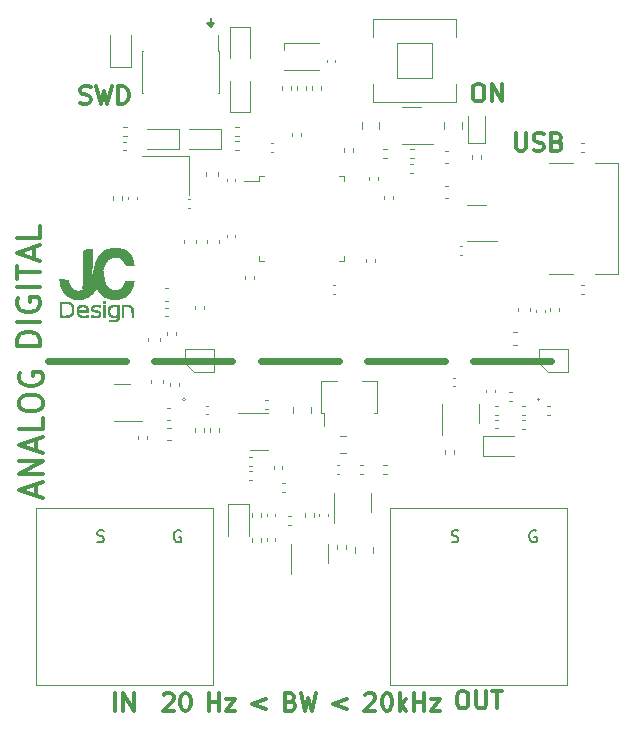
<source format=gbr>
%TF.GenerationSoftware,KiCad,Pcbnew,(7.0.0)*%
%TF.CreationDate,2023-08-19T19:02:20+01:00*%
%TF.ProjectId,Nemesis-MixSigPCB,4e656d65-7369-4732-9d4d-697853696750,rev?*%
%TF.SameCoordinates,Original*%
%TF.FileFunction,Legend,Top*%
%TF.FilePolarity,Positive*%
%FSLAX46Y46*%
G04 Gerber Fmt 4.6, Leading zero omitted, Abs format (unit mm)*
G04 Created by KiCad (PCBNEW (7.0.0)) date 2023-08-19 19:02:20*
%MOMM*%
%LPD*%
G01*
G04 APERTURE LIST*
%ADD10C,0.010583*%
%ADD11C,0.150000*%
%ADD12C,0.300000*%
%ADD13C,0.600000*%
%ADD14C,0.120000*%
G04 APERTURE END LIST*
D10*
G36*
X127225281Y-86645236D02*
G01*
X127222437Y-87700924D01*
X127162564Y-87875549D01*
X127136767Y-87948785D01*
X127110664Y-88018865D01*
X127084203Y-88085878D01*
X127057334Y-88149915D01*
X127030004Y-88211068D01*
X127002163Y-88269427D01*
X126973759Y-88325082D01*
X126944740Y-88378125D01*
X126915056Y-88428647D01*
X126884654Y-88476737D01*
X126853483Y-88522487D01*
X126821492Y-88565988D01*
X126788629Y-88607330D01*
X126754843Y-88646604D01*
X126720082Y-88683901D01*
X126684295Y-88719312D01*
X126665841Y-88736400D01*
X126646285Y-88753704D01*
X126605134Y-88788072D01*
X126563373Y-88820646D01*
X126523533Y-88849652D01*
X126488144Y-88873319D01*
X126472910Y-88882596D01*
X126459737Y-88889875D01*
X126448943Y-88894933D01*
X126440842Y-88897548D01*
X126437902Y-88897871D01*
X126435753Y-88897500D01*
X126434436Y-88896408D01*
X126433991Y-88894567D01*
X126433990Y-88894567D01*
X126434083Y-88893308D01*
X126434354Y-88891277D01*
X126435391Y-88885077D01*
X126437028Y-88876325D01*
X126439194Y-88865381D01*
X126444821Y-88838357D01*
X126451689Y-88806882D01*
X126454509Y-88792320D01*
X126457039Y-88774321D01*
X126459304Y-88751383D01*
X126461327Y-88722002D01*
X126463131Y-88684677D01*
X126464742Y-88637903D01*
X126467480Y-88510001D01*
X126469730Y-88326275D01*
X126471687Y-88074701D01*
X126475489Y-87319924D01*
X126481603Y-85912340D01*
X126504657Y-85856098D01*
X126511007Y-85841497D01*
X126518102Y-85826812D01*
X126525883Y-85812120D01*
X126534292Y-85797495D01*
X126543270Y-85783011D01*
X126552758Y-85768744D01*
X126562699Y-85754766D01*
X126573034Y-85741154D01*
X126583704Y-85727982D01*
X126594651Y-85715324D01*
X126605816Y-85703255D01*
X126617140Y-85691850D01*
X126628566Y-85681183D01*
X126640035Y-85671328D01*
X126651488Y-85662361D01*
X126662866Y-85654356D01*
X126678404Y-85644359D01*
X126693387Y-85635423D01*
X126708134Y-85627489D01*
X126722965Y-85620502D01*
X126738197Y-85614402D01*
X126754150Y-85609134D01*
X126771143Y-85604639D01*
X126789495Y-85600861D01*
X126809523Y-85597741D01*
X126831548Y-85595224D01*
X126855888Y-85593251D01*
X126882862Y-85591765D01*
X126912788Y-85590710D01*
X126945986Y-85590027D01*
X126982775Y-85589659D01*
X127023473Y-85589549D01*
X127228126Y-85589549D01*
X127225281Y-86645236D01*
G37*
X127225281Y-86645236D02*
X127222437Y-87700924D01*
X127162564Y-87875549D01*
X127136767Y-87948785D01*
X127110664Y-88018865D01*
X127084203Y-88085878D01*
X127057334Y-88149915D01*
X127030004Y-88211068D01*
X127002163Y-88269427D01*
X126973759Y-88325082D01*
X126944740Y-88378125D01*
X126915056Y-88428647D01*
X126884654Y-88476737D01*
X126853483Y-88522487D01*
X126821492Y-88565988D01*
X126788629Y-88607330D01*
X126754843Y-88646604D01*
X126720082Y-88683901D01*
X126684295Y-88719312D01*
X126665841Y-88736400D01*
X126646285Y-88753704D01*
X126605134Y-88788072D01*
X126563373Y-88820646D01*
X126523533Y-88849652D01*
X126488144Y-88873319D01*
X126472910Y-88882596D01*
X126459737Y-88889875D01*
X126448943Y-88894933D01*
X126440842Y-88897548D01*
X126437902Y-88897871D01*
X126435753Y-88897500D01*
X126434436Y-88896408D01*
X126433991Y-88894567D01*
X126433990Y-88894567D01*
X126434083Y-88893308D01*
X126434354Y-88891277D01*
X126435391Y-88885077D01*
X126437028Y-88876325D01*
X126439194Y-88865381D01*
X126444821Y-88838357D01*
X126451689Y-88806882D01*
X126454509Y-88792320D01*
X126457039Y-88774321D01*
X126459304Y-88751383D01*
X126461327Y-88722002D01*
X126463131Y-88684677D01*
X126464742Y-88637903D01*
X126467480Y-88510001D01*
X126469730Y-88326275D01*
X126471687Y-88074701D01*
X126475489Y-87319924D01*
X126481603Y-85912340D01*
X126504657Y-85856098D01*
X126511007Y-85841497D01*
X126518102Y-85826812D01*
X126525883Y-85812120D01*
X126534292Y-85797495D01*
X126543270Y-85783011D01*
X126552758Y-85768744D01*
X126562699Y-85754766D01*
X126573034Y-85741154D01*
X126583704Y-85727982D01*
X126594651Y-85715324D01*
X126605816Y-85703255D01*
X126617140Y-85691850D01*
X126628566Y-85681183D01*
X126640035Y-85671328D01*
X126651488Y-85662361D01*
X126662866Y-85654356D01*
X126678404Y-85644359D01*
X126693387Y-85635423D01*
X126708134Y-85627489D01*
X126722965Y-85620502D01*
X126738197Y-85614402D01*
X126754150Y-85609134D01*
X126771143Y-85604639D01*
X126789495Y-85600861D01*
X126809523Y-85597741D01*
X126831548Y-85595224D01*
X126855888Y-85593251D01*
X126882862Y-85591765D01*
X126912788Y-85590710D01*
X126945986Y-85590027D01*
X126982775Y-85589659D01*
X127023473Y-85589549D01*
X127228126Y-85589549D01*
X127225281Y-86645236D01*
G36*
X128221869Y-87402921D02*
G01*
X128222536Y-87405829D01*
X128223185Y-87411365D01*
X128223813Y-87419398D01*
X128224988Y-87442418D01*
X128226034Y-87473826D01*
X128226920Y-87512559D01*
X128227617Y-87557552D01*
X128228096Y-87607742D01*
X128228328Y-87662066D01*
X128229647Y-87779806D01*
X128233431Y-87884103D01*
X128240082Y-87977819D01*
X128244608Y-88021602D01*
X128250002Y-88063812D01*
X128256315Y-88104806D01*
X128263595Y-88144942D01*
X128271895Y-88184577D01*
X128281263Y-88224069D01*
X128303408Y-88304053D01*
X128330432Y-88387753D01*
X128346875Y-88432495D01*
X128365319Y-88476577D01*
X128385646Y-88519850D01*
X128407739Y-88562164D01*
X128431481Y-88603373D01*
X128456754Y-88643328D01*
X128483442Y-88681879D01*
X128511426Y-88718880D01*
X128540590Y-88754181D01*
X128570817Y-88787634D01*
X128601988Y-88819091D01*
X128633987Y-88848403D01*
X128666697Y-88875422D01*
X128700000Y-88900000D01*
X128733779Y-88921987D01*
X128767917Y-88941237D01*
X128793897Y-88954406D01*
X128818965Y-88966362D01*
X128843359Y-88977153D01*
X128867315Y-88986831D01*
X128891071Y-88995447D01*
X128914861Y-89003049D01*
X128938925Y-89009689D01*
X128963497Y-89015416D01*
X128988815Y-89020282D01*
X129015116Y-89024335D01*
X129042636Y-89027627D01*
X129071612Y-89030208D01*
X129102281Y-89032128D01*
X129134879Y-89033437D01*
X129169643Y-89034186D01*
X129206810Y-89034424D01*
X129261507Y-89034281D01*
X129305172Y-89033664D01*
X129340325Y-89032290D01*
X129355498Y-89031231D01*
X129369487Y-89029878D01*
X129382609Y-89028194D01*
X129395177Y-89026144D01*
X129407507Y-89023694D01*
X129419914Y-89020808D01*
X129446219Y-89013585D01*
X129476610Y-89004196D01*
X129516937Y-88990896D01*
X129552846Y-88977916D01*
X129569414Y-88971415D01*
X129585200Y-88964835D01*
X129600314Y-88958124D01*
X129614862Y-88951230D01*
X129628952Y-88944099D01*
X129642692Y-88936678D01*
X129656190Y-88928916D01*
X129669554Y-88920759D01*
X129682891Y-88912154D01*
X129696308Y-88903048D01*
X129723818Y-88883125D01*
X129750249Y-88861992D01*
X129775852Y-88838938D01*
X129800618Y-88813979D01*
X129824539Y-88787129D01*
X129847608Y-88758402D01*
X129869816Y-88727813D01*
X129891155Y-88695377D01*
X129911616Y-88661107D01*
X129931191Y-88625019D01*
X129949873Y-88587127D01*
X129967652Y-88547444D01*
X129984521Y-88505987D01*
X130000471Y-88462769D01*
X130015494Y-88417804D01*
X130029581Y-88371108D01*
X130042726Y-88322695D01*
X130054293Y-88277716D01*
X130785806Y-88277716D01*
X130778826Y-88343861D01*
X130763621Y-88460963D01*
X130743213Y-88573540D01*
X130717634Y-88681547D01*
X130686912Y-88784937D01*
X130651079Y-88883663D01*
X130610165Y-88977679D01*
X130564200Y-89066938D01*
X130513214Y-89151395D01*
X130457238Y-89231001D01*
X130396303Y-89305712D01*
X130330437Y-89375479D01*
X130259673Y-89440258D01*
X130184039Y-89500001D01*
X130103567Y-89554662D01*
X130018287Y-89604194D01*
X129928229Y-89648551D01*
X129905200Y-89658515D01*
X129880090Y-89668574D01*
X129824661Y-89688689D01*
X129764017Y-89708325D01*
X129700231Y-89726907D01*
X129635377Y-89743864D01*
X129571529Y-89758621D01*
X129510761Y-89770606D01*
X129455148Y-89779246D01*
X129412635Y-89783791D01*
X129360597Y-89787858D01*
X129302410Y-89791320D01*
X129241453Y-89794047D01*
X129181103Y-89795913D01*
X129124738Y-89796789D01*
X129075737Y-89796548D01*
X129037477Y-89795062D01*
X129037477Y-89795061D01*
X128992083Y-89791465D01*
X128946711Y-89786841D01*
X128901473Y-89781217D01*
X128856480Y-89774621D01*
X128811842Y-89767080D01*
X128767671Y-89758623D01*
X128724077Y-89749276D01*
X128681172Y-89739069D01*
X128639066Y-89728028D01*
X128597870Y-89716181D01*
X128557695Y-89703556D01*
X128518652Y-89690181D01*
X128480852Y-89676082D01*
X128444406Y-89661290D01*
X128409425Y-89645829D01*
X128376019Y-89629730D01*
X128343767Y-89612712D01*
X128311027Y-89593939D01*
X128277955Y-89573540D01*
X128244705Y-89551646D01*
X128211432Y-89528386D01*
X128178292Y-89503892D01*
X128145439Y-89478293D01*
X128113029Y-89451720D01*
X128081216Y-89424303D01*
X128050156Y-89396172D01*
X128020003Y-89367458D01*
X127990912Y-89338292D01*
X127963039Y-89308802D01*
X127936538Y-89279120D01*
X127911565Y-89249376D01*
X127888274Y-89219700D01*
X127863019Y-89184603D01*
X127834004Y-89141556D01*
X127803426Y-89094158D01*
X127773482Y-89046006D01*
X127746369Y-89000699D01*
X127724282Y-88961834D01*
X127709420Y-88933009D01*
X127705384Y-88923487D01*
X127703977Y-88917824D01*
X127704231Y-88915952D01*
X127704973Y-88913070D01*
X127706180Y-88909236D01*
X127707827Y-88904511D01*
X127712340Y-88892630D01*
X127718310Y-88877909D01*
X127725538Y-88860830D01*
X127733824Y-88841876D01*
X127742967Y-88821527D01*
X127752769Y-88800267D01*
X127794864Y-88706837D01*
X127835694Y-88609035D01*
X127876385Y-88503611D01*
X127918060Y-88387321D01*
X127961844Y-88256916D01*
X128008862Y-88109151D01*
X128060240Y-87940777D01*
X128117101Y-87748549D01*
X128187863Y-87509460D01*
X128210913Y-87433894D01*
X128221188Y-87402774D01*
X128221530Y-87402494D01*
X128221869Y-87402921D01*
G37*
X128221869Y-87402921D02*
X128222536Y-87405829D01*
X128223185Y-87411365D01*
X128223813Y-87419398D01*
X128224988Y-87442418D01*
X128226034Y-87473826D01*
X128226920Y-87512559D01*
X128227617Y-87557552D01*
X128228096Y-87607742D01*
X128228328Y-87662066D01*
X128229647Y-87779806D01*
X128233431Y-87884103D01*
X128240082Y-87977819D01*
X128244608Y-88021602D01*
X128250002Y-88063812D01*
X128256315Y-88104806D01*
X128263595Y-88144942D01*
X128271895Y-88184577D01*
X128281263Y-88224069D01*
X128303408Y-88304053D01*
X128330432Y-88387753D01*
X128346875Y-88432495D01*
X128365319Y-88476577D01*
X128385646Y-88519850D01*
X128407739Y-88562164D01*
X128431481Y-88603373D01*
X128456754Y-88643328D01*
X128483442Y-88681879D01*
X128511426Y-88718880D01*
X128540590Y-88754181D01*
X128570817Y-88787634D01*
X128601988Y-88819091D01*
X128633987Y-88848403D01*
X128666697Y-88875422D01*
X128700000Y-88900000D01*
X128733779Y-88921987D01*
X128767917Y-88941237D01*
X128793897Y-88954406D01*
X128818965Y-88966362D01*
X128843359Y-88977153D01*
X128867315Y-88986831D01*
X128891071Y-88995447D01*
X128914861Y-89003049D01*
X128938925Y-89009689D01*
X128963497Y-89015416D01*
X128988815Y-89020282D01*
X129015116Y-89024335D01*
X129042636Y-89027627D01*
X129071612Y-89030208D01*
X129102281Y-89032128D01*
X129134879Y-89033437D01*
X129169643Y-89034186D01*
X129206810Y-89034424D01*
X129261507Y-89034281D01*
X129305172Y-89033664D01*
X129340325Y-89032290D01*
X129355498Y-89031231D01*
X129369487Y-89029878D01*
X129382609Y-89028194D01*
X129395177Y-89026144D01*
X129407507Y-89023694D01*
X129419914Y-89020808D01*
X129446219Y-89013585D01*
X129476610Y-89004196D01*
X129516937Y-88990896D01*
X129552846Y-88977916D01*
X129569414Y-88971415D01*
X129585200Y-88964835D01*
X129600314Y-88958124D01*
X129614862Y-88951230D01*
X129628952Y-88944099D01*
X129642692Y-88936678D01*
X129656190Y-88928916D01*
X129669554Y-88920759D01*
X129682891Y-88912154D01*
X129696308Y-88903048D01*
X129723818Y-88883125D01*
X129750249Y-88861992D01*
X129775852Y-88838938D01*
X129800618Y-88813979D01*
X129824539Y-88787129D01*
X129847608Y-88758402D01*
X129869816Y-88727813D01*
X129891155Y-88695377D01*
X129911616Y-88661107D01*
X129931191Y-88625019D01*
X129949873Y-88587127D01*
X129967652Y-88547444D01*
X129984521Y-88505987D01*
X130000471Y-88462769D01*
X130015494Y-88417804D01*
X130029581Y-88371108D01*
X130042726Y-88322695D01*
X130054293Y-88277716D01*
X130785806Y-88277716D01*
X130778826Y-88343861D01*
X130763621Y-88460963D01*
X130743213Y-88573540D01*
X130717634Y-88681547D01*
X130686912Y-88784937D01*
X130651079Y-88883663D01*
X130610165Y-88977679D01*
X130564200Y-89066938D01*
X130513214Y-89151395D01*
X130457238Y-89231001D01*
X130396303Y-89305712D01*
X130330437Y-89375479D01*
X130259673Y-89440258D01*
X130184039Y-89500001D01*
X130103567Y-89554662D01*
X130018287Y-89604194D01*
X129928229Y-89648551D01*
X129905200Y-89658515D01*
X129880090Y-89668574D01*
X129824661Y-89688689D01*
X129764017Y-89708325D01*
X129700231Y-89726907D01*
X129635377Y-89743864D01*
X129571529Y-89758621D01*
X129510761Y-89770606D01*
X129455148Y-89779246D01*
X129412635Y-89783791D01*
X129360597Y-89787858D01*
X129302410Y-89791320D01*
X129241453Y-89794047D01*
X129181103Y-89795913D01*
X129124738Y-89796789D01*
X129075737Y-89796548D01*
X129037477Y-89795062D01*
X129037477Y-89795061D01*
X128992083Y-89791465D01*
X128946711Y-89786841D01*
X128901473Y-89781217D01*
X128856480Y-89774621D01*
X128811842Y-89767080D01*
X128767671Y-89758623D01*
X128724077Y-89749276D01*
X128681172Y-89739069D01*
X128639066Y-89728028D01*
X128597870Y-89716181D01*
X128557695Y-89703556D01*
X128518652Y-89690181D01*
X128480852Y-89676082D01*
X128444406Y-89661290D01*
X128409425Y-89645829D01*
X128376019Y-89629730D01*
X128343767Y-89612712D01*
X128311027Y-89593939D01*
X128277955Y-89573540D01*
X128244705Y-89551646D01*
X128211432Y-89528386D01*
X128178292Y-89503892D01*
X128145439Y-89478293D01*
X128113029Y-89451720D01*
X128081216Y-89424303D01*
X128050156Y-89396172D01*
X128020003Y-89367458D01*
X127990912Y-89338292D01*
X127963039Y-89308802D01*
X127936538Y-89279120D01*
X127911565Y-89249376D01*
X127888274Y-89219700D01*
X127863019Y-89184603D01*
X127834004Y-89141556D01*
X127803426Y-89094158D01*
X127773482Y-89046006D01*
X127746369Y-89000699D01*
X127724282Y-88961834D01*
X127709420Y-88933009D01*
X127705384Y-88923487D01*
X127703977Y-88917824D01*
X127704231Y-88915952D01*
X127704973Y-88913070D01*
X127706180Y-88909236D01*
X127707827Y-88904511D01*
X127712340Y-88892630D01*
X127718310Y-88877909D01*
X127725538Y-88860830D01*
X127733824Y-88841876D01*
X127742967Y-88821527D01*
X127752769Y-88800267D01*
X127794864Y-88706837D01*
X127835694Y-88609035D01*
X127876385Y-88503611D01*
X127918060Y-88387321D01*
X127961844Y-88256916D01*
X128008862Y-88109151D01*
X128060240Y-87940777D01*
X128117101Y-87748549D01*
X128187863Y-87509460D01*
X128210913Y-87433894D01*
X128221188Y-87402774D01*
X128221530Y-87402494D01*
X128221869Y-87402921D01*
G36*
X129323726Y-85479591D02*
G01*
X129432499Y-85485608D01*
X129485044Y-85490274D01*
X129535962Y-85496045D01*
X129584954Y-85502925D01*
X129631719Y-85510914D01*
X129671647Y-85520082D01*
X129723866Y-85534418D01*
X129783113Y-85552193D01*
X129844126Y-85571677D01*
X129901640Y-85591141D01*
X129950393Y-85608855D01*
X129985121Y-85623090D01*
X129995581Y-85628362D01*
X130000562Y-85632116D01*
X130001512Y-85633102D01*
X130003242Y-85634465D01*
X130005709Y-85636181D01*
X130008868Y-85638226D01*
X130017094Y-85643204D01*
X130027572Y-85649206D01*
X130039956Y-85656035D01*
X130053899Y-85663499D01*
X130069055Y-85671401D01*
X130085078Y-85679548D01*
X130101211Y-85687793D01*
X130116686Y-85695976D01*
X130131133Y-85703882D01*
X130144183Y-85711298D01*
X130155467Y-85718009D01*
X130164617Y-85723801D01*
X130171263Y-85728460D01*
X130173532Y-85730297D01*
X130175036Y-85731771D01*
X130176349Y-85733197D01*
X130178056Y-85734894D01*
X130180130Y-85736840D01*
X130182544Y-85739012D01*
X130188282Y-85743949D01*
X130195052Y-85749528D01*
X130202637Y-85755573D01*
X130210819Y-85761909D01*
X130219380Y-85768358D01*
X130228103Y-85774745D01*
X130246899Y-85788963D01*
X130266724Y-85805198D01*
X130287385Y-85823236D01*
X130308688Y-85842861D01*
X130330438Y-85863859D01*
X130352441Y-85886016D01*
X130374503Y-85909115D01*
X130396430Y-85932943D01*
X130418028Y-85957284D01*
X130439102Y-85981924D01*
X130459460Y-86006648D01*
X130478905Y-86031241D01*
X130497246Y-86055488D01*
X130514286Y-86079175D01*
X130529832Y-86102086D01*
X130543691Y-86124007D01*
X130563479Y-86158083D01*
X130582852Y-86194297D01*
X130601735Y-86232418D01*
X130620048Y-86272214D01*
X130637716Y-86313453D01*
X130654661Y-86355903D01*
X130670806Y-86399333D01*
X130686074Y-86443510D01*
X130700387Y-86488204D01*
X130713669Y-86533183D01*
X130725843Y-86578214D01*
X130736831Y-86623066D01*
X130746556Y-86667507D01*
X130754941Y-86711306D01*
X130761910Y-86754230D01*
X130767383Y-86796049D01*
X130770418Y-86821782D01*
X130773773Y-86848817D01*
X130777039Y-86873942D01*
X130779808Y-86893945D01*
X130785588Y-86933632D01*
X130525887Y-86933632D01*
X130422519Y-86933235D01*
X130340661Y-86931664D01*
X130306691Y-86930261D01*
X130276769Y-86928352D01*
X130250454Y-86925866D01*
X130227302Y-86922731D01*
X130206871Y-86918876D01*
X130188717Y-86914231D01*
X130172398Y-86908725D01*
X130157471Y-86902286D01*
X130143493Y-86894844D01*
X130130022Y-86886327D01*
X130116614Y-86876665D01*
X130102827Y-86865786D01*
X130091762Y-86856563D01*
X130081337Y-86847418D01*
X130071460Y-86838225D01*
X130062045Y-86828863D01*
X130053000Y-86819209D01*
X130044236Y-86809138D01*
X130035665Y-86798528D01*
X130027197Y-86787256D01*
X130018743Y-86775199D01*
X130010213Y-86762233D01*
X130001519Y-86748236D01*
X129992569Y-86733084D01*
X129983277Y-86716654D01*
X129973551Y-86698823D01*
X129963303Y-86679468D01*
X129952444Y-86658466D01*
X129943674Y-86641734D01*
X129934321Y-86624603D01*
X129924673Y-86607557D01*
X129915018Y-86591079D01*
X129905645Y-86575653D01*
X129896842Y-86561763D01*
X129888898Y-86549893D01*
X129882101Y-86540526D01*
X129876134Y-86532621D01*
X129870567Y-86524938D01*
X129865522Y-86517670D01*
X129861121Y-86511005D01*
X129857486Y-86505134D01*
X129854739Y-86500247D01*
X129853736Y-86498231D01*
X129853001Y-86496533D01*
X129852549Y-86495176D01*
X129852395Y-86494184D01*
X129852152Y-86492200D01*
X129851437Y-86489879D01*
X129850269Y-86487240D01*
X129848666Y-86484302D01*
X129844234Y-86477597D01*
X129838295Y-86469911D01*
X129831001Y-86461389D01*
X129822506Y-86452177D01*
X129812963Y-86442420D01*
X129802524Y-86432264D01*
X129791343Y-86421854D01*
X129779573Y-86411336D01*
X129767366Y-86400856D01*
X129754876Y-86390558D01*
X129742256Y-86380589D01*
X129729658Y-86371095D01*
X129717237Y-86362220D01*
X129705144Y-86354110D01*
X129658160Y-86327170D01*
X129606435Y-86303756D01*
X129550614Y-86283872D01*
X129491346Y-86267523D01*
X129429275Y-86254711D01*
X129365049Y-86245441D01*
X129299313Y-86239717D01*
X129232715Y-86237542D01*
X129165900Y-86238921D01*
X129099515Y-86243857D01*
X129034207Y-86252354D01*
X128970622Y-86264415D01*
X128909406Y-86280046D01*
X128851205Y-86299249D01*
X128796667Y-86322029D01*
X128746437Y-86348389D01*
X128718476Y-86365350D01*
X128691491Y-86382815D01*
X128665424Y-86400895D01*
X128640220Y-86419699D01*
X128615820Y-86439336D01*
X128592169Y-86459916D01*
X128569209Y-86481549D01*
X128546884Y-86504344D01*
X128525137Y-86528411D01*
X128503911Y-86553859D01*
X128483150Y-86580799D01*
X128462797Y-86609339D01*
X128442794Y-86639589D01*
X128423085Y-86671659D01*
X128403614Y-86705659D01*
X128384324Y-86741697D01*
X128365157Y-86779885D01*
X128346057Y-86820330D01*
X128326967Y-86863143D01*
X128307831Y-86908434D01*
X128269191Y-87006886D01*
X128229684Y-87116562D01*
X128188855Y-87238340D01*
X128146249Y-87373096D01*
X128101413Y-87521706D01*
X128053893Y-87685049D01*
X127985801Y-87916430D01*
X127921799Y-88119954D01*
X127860012Y-88300281D01*
X127798568Y-88462073D01*
X127735594Y-88609992D01*
X127669218Y-88748698D01*
X127597568Y-88882855D01*
X127518770Y-89017122D01*
X127506338Y-89035858D01*
X127487458Y-89062339D01*
X127464054Y-89094043D01*
X127438049Y-89128452D01*
X127411367Y-89163045D01*
X127385932Y-89195305D01*
X127363668Y-89222710D01*
X127346498Y-89242742D01*
X127327531Y-89262523D01*
X127300881Y-89288562D01*
X127268395Y-89319180D01*
X127231918Y-89352700D01*
X127193297Y-89387444D01*
X127154377Y-89421734D01*
X127117004Y-89453892D01*
X127083024Y-89482239D01*
X127051549Y-89506634D01*
X127016861Y-89531071D01*
X126979285Y-89555408D01*
X126939146Y-89579499D01*
X126896769Y-89603201D01*
X126852478Y-89626368D01*
X126806598Y-89648856D01*
X126759454Y-89670520D01*
X126711371Y-89691217D01*
X126662673Y-89710802D01*
X126613686Y-89729129D01*
X126564733Y-89746055D01*
X126516141Y-89761436D01*
X126468233Y-89775126D01*
X126421334Y-89786982D01*
X126375770Y-89796858D01*
X126356107Y-89800228D01*
X126332781Y-89803354D01*
X126277130Y-89808808D01*
X126212785Y-89813092D01*
X126143714Y-89816075D01*
X126073884Y-89817628D01*
X126007263Y-89817622D01*
X125947819Y-89815927D01*
X125899520Y-89812413D01*
X125899519Y-89812413D01*
X125849347Y-89805784D01*
X125797954Y-89796650D01*
X125745620Y-89785129D01*
X125692619Y-89771341D01*
X125639230Y-89755403D01*
X125585729Y-89737435D01*
X125532393Y-89717555D01*
X125479499Y-89695882D01*
X125427324Y-89672534D01*
X125376145Y-89647631D01*
X125326239Y-89621290D01*
X125277883Y-89593631D01*
X125231353Y-89564772D01*
X125186927Y-89534831D01*
X125144881Y-89503928D01*
X125105494Y-89472182D01*
X125078749Y-89448912D01*
X125051858Y-89424272D01*
X125024934Y-89398398D01*
X124998089Y-89371426D01*
X124971437Y-89343492D01*
X124945092Y-89314734D01*
X124919166Y-89285287D01*
X124893773Y-89255288D01*
X124869027Y-89224875D01*
X124845040Y-89194182D01*
X124821926Y-89163347D01*
X124799798Y-89132506D01*
X124778770Y-89101796D01*
X124758954Y-89071353D01*
X124740465Y-89041314D01*
X124723414Y-89011815D01*
X124706797Y-88980679D01*
X124690403Y-88947278D01*
X124674314Y-88911874D01*
X124658612Y-88874730D01*
X124643377Y-88836109D01*
X124628693Y-88796273D01*
X124614639Y-88755485D01*
X124601298Y-88714006D01*
X124588751Y-88672100D01*
X124577079Y-88630029D01*
X124566365Y-88588056D01*
X124556689Y-88546443D01*
X124548133Y-88505452D01*
X124540778Y-88465346D01*
X124534707Y-88426388D01*
X124530000Y-88388840D01*
X124522335Y-88316499D01*
X124516701Y-88258326D01*
X124513060Y-88212823D01*
X124511376Y-88178490D01*
X124511613Y-88153828D01*
X124512440Y-88144655D01*
X124513733Y-88137337D01*
X124515488Y-88131688D01*
X124517700Y-88127519D01*
X124520364Y-88124643D01*
X124523476Y-88122873D01*
X124529881Y-88121801D01*
X124541569Y-88121320D01*
X124578787Y-88121983D01*
X124631114Y-88124569D01*
X124694532Y-88128786D01*
X124765023Y-88134340D01*
X124838572Y-88140938D01*
X124911159Y-88148287D01*
X124978769Y-88156094D01*
X125081973Y-88168320D01*
X125129700Y-88173589D01*
X125166623Y-88177366D01*
X125180974Y-88178900D01*
X125194361Y-88180660D01*
X125206493Y-88182585D01*
X125217076Y-88184612D01*
X125225818Y-88186680D01*
X125229406Y-88187709D01*
X125232424Y-88188726D01*
X125234835Y-88189721D01*
X125236603Y-88190688D01*
X125237690Y-88191618D01*
X125237968Y-88192067D01*
X125238061Y-88192504D01*
X125238458Y-88198795D01*
X125239594Y-88208321D01*
X125243758Y-88235403D01*
X125249903Y-88270404D01*
X125257378Y-88309976D01*
X125265532Y-88350774D01*
X125273715Y-88389450D01*
X125281275Y-88422657D01*
X125287561Y-88447048D01*
X125295989Y-88474607D01*
X125305417Y-88502268D01*
X125315805Y-88529957D01*
X125327111Y-88557600D01*
X125339292Y-88585121D01*
X125352306Y-88612447D01*
X125366113Y-88639503D01*
X125380669Y-88666214D01*
X125395933Y-88692507D01*
X125411863Y-88718307D01*
X125428418Y-88743539D01*
X125445555Y-88768129D01*
X125463233Y-88792003D01*
X125481409Y-88815086D01*
X125500042Y-88837303D01*
X125519090Y-88858581D01*
X125533689Y-88873694D01*
X125549684Y-88889060D01*
X125566882Y-88904546D01*
X125585091Y-88920022D01*
X125604116Y-88935356D01*
X125623764Y-88950418D01*
X125643842Y-88965075D01*
X125664155Y-88979198D01*
X125684511Y-88992653D01*
X125704716Y-89005311D01*
X125724576Y-89017041D01*
X125743899Y-89027710D01*
X125762489Y-89037187D01*
X125780155Y-89045342D01*
X125796702Y-89052044D01*
X125811936Y-89057160D01*
X125823372Y-89060646D01*
X125834465Y-89064245D01*
X125844944Y-89067851D01*
X125854534Y-89071362D01*
X125862962Y-89074675D01*
X125869955Y-89077686D01*
X125875240Y-89080291D01*
X125877157Y-89081410D01*
X125878545Y-89082388D01*
X125880120Y-89083347D01*
X125882588Y-89084411D01*
X125885896Y-89085568D01*
X125889992Y-89086806D01*
X125894822Y-89088116D01*
X125900334Y-89089485D01*
X125913194Y-89092359D01*
X125928149Y-89095339D01*
X125944777Y-89098336D01*
X125962657Y-89101262D01*
X125981368Y-89104027D01*
X126007327Y-89107377D01*
X126030963Y-89109756D01*
X126042176Y-89110581D01*
X126053128Y-89111163D01*
X126063924Y-89111502D01*
X126074672Y-89111596D01*
X126085478Y-89111446D01*
X126096448Y-89111052D01*
X126119306Y-89109529D01*
X126144098Y-89107026D01*
X126171676Y-89103539D01*
X126191522Y-89100717D01*
X126210246Y-89097820D01*
X126227422Y-89094930D01*
X126242626Y-89092129D01*
X126255434Y-89089500D01*
X126265420Y-89087124D01*
X126272159Y-89085085D01*
X126274179Y-89084218D01*
X126275228Y-89083465D01*
X126275596Y-89083089D01*
X126276151Y-89082653D01*
X126277803Y-89081612D01*
X126280142Y-89080357D01*
X126283128Y-89078904D01*
X126286720Y-89077270D01*
X126290878Y-89075471D01*
X126300727Y-89071442D01*
X126312349Y-89066946D01*
X126325420Y-89062114D01*
X126339613Y-89057073D01*
X126354603Y-89051953D01*
X126370133Y-89046483D01*
X126385873Y-89040436D01*
X126401391Y-89034014D01*
X126416251Y-89027415D01*
X126430019Y-89020840D01*
X126442262Y-89014487D01*
X126452546Y-89008558D01*
X126456817Y-89005814D01*
X126460436Y-89003251D01*
X126467462Y-88998110D01*
X126475269Y-88992658D01*
X126483598Y-88987059D01*
X126492186Y-88981481D01*
X126500775Y-88976090D01*
X126509103Y-88971051D01*
X126516910Y-88966533D01*
X126523936Y-88962700D01*
X126529689Y-88959589D01*
X126535473Y-88956244D01*
X126541457Y-88952528D01*
X126547807Y-88948305D01*
X126554691Y-88943438D01*
X126562276Y-88937791D01*
X126570731Y-88931228D01*
X126580223Y-88923613D01*
X126590919Y-88914809D01*
X126602987Y-88904681D01*
X126631908Y-88879904D01*
X126668327Y-88848193D01*
X126713584Y-88808457D01*
X126753598Y-88771383D01*
X126792735Y-88731367D01*
X126830993Y-88688412D01*
X126868368Y-88642524D01*
X126904859Y-88593708D01*
X126940461Y-88541969D01*
X126975172Y-88487313D01*
X127008988Y-88429744D01*
X127041908Y-88369268D01*
X127073929Y-88305890D01*
X127105046Y-88239615D01*
X127135258Y-88170448D01*
X127164561Y-88098395D01*
X127192952Y-88023460D01*
X127220429Y-87945648D01*
X127246989Y-87864966D01*
X127282329Y-87750909D01*
X127298610Y-87695463D01*
X127315164Y-87636739D01*
X127332888Y-87571486D01*
X127352682Y-87496454D01*
X127402075Y-87304049D01*
X127458542Y-87086025D01*
X127508849Y-86901827D01*
X127554775Y-86746383D01*
X127598096Y-86614617D01*
X127640592Y-86501455D01*
X127684039Y-86401824D01*
X127730216Y-86310649D01*
X127780901Y-86222855D01*
X127796293Y-86198316D01*
X127812826Y-86173276D01*
X127830362Y-86147898D01*
X127848763Y-86122343D01*
X127887611Y-86071358D01*
X127928268Y-86021621D01*
X127969634Y-85974433D01*
X127990238Y-85952201D01*
X128010607Y-85931094D01*
X128030603Y-85911275D01*
X128050088Y-85892906D01*
X128068925Y-85876150D01*
X128086976Y-85861170D01*
X128097208Y-85852873D01*
X128106763Y-85844855D01*
X128115430Y-85837311D01*
X128122999Y-85830438D01*
X128129260Y-85824429D01*
X128134005Y-85819480D01*
X128135743Y-85817464D01*
X128137023Y-85815787D01*
X128137819Y-85814472D01*
X128138104Y-85813545D01*
X128138184Y-85813143D01*
X128138400Y-85812666D01*
X128138747Y-85812114D01*
X128139224Y-85811492D01*
X128140548Y-85810045D01*
X128142347Y-85808343D01*
X128144592Y-85806406D01*
X128147257Y-85804254D01*
X128150314Y-85801906D01*
X128153737Y-85799383D01*
X128157498Y-85796703D01*
X128161571Y-85793886D01*
X128165927Y-85790952D01*
X128170540Y-85787921D01*
X128175384Y-85784812D01*
X128180429Y-85781645D01*
X128185651Y-85778440D01*
X128191021Y-85775216D01*
X128201609Y-85768790D01*
X128211486Y-85762525D01*
X128220437Y-85756577D01*
X128228245Y-85751103D01*
X128234695Y-85746259D01*
X128239569Y-85742202D01*
X128241348Y-85740517D01*
X128242652Y-85739088D01*
X128243455Y-85737933D01*
X128243659Y-85737465D01*
X128243728Y-85737073D01*
X128243849Y-85736661D01*
X128244208Y-85736133D01*
X128245618Y-85734747D01*
X128247909Y-85732940D01*
X128251035Y-85730741D01*
X128254947Y-85728177D01*
X128259599Y-85725275D01*
X128264943Y-85722063D01*
X128270930Y-85718567D01*
X128284649Y-85710837D01*
X128300376Y-85702302D01*
X128317730Y-85693183D01*
X128336332Y-85683697D01*
X128372706Y-85665122D01*
X128403288Y-85648939D01*
X128415404Y-85642287D01*
X128424866Y-85636885D01*
X128431275Y-85632951D01*
X128433209Y-85631602D01*
X128434228Y-85630701D01*
X128438983Y-85627763D01*
X128449483Y-85623114D01*
X128484744Y-85609661D01*
X128534078Y-85592298D01*
X128591547Y-85572984D01*
X128651215Y-85553676D01*
X128707146Y-85536330D01*
X128753404Y-85522904D01*
X128784053Y-85515356D01*
X128832766Y-85506867D01*
X128883444Y-85499465D01*
X128935790Y-85493152D01*
X128989502Y-85487930D01*
X129099832Y-85480764D01*
X129212039Y-85477981D01*
X129323726Y-85479591D01*
G37*
X129323726Y-85479591D02*
X129432499Y-85485608D01*
X129485044Y-85490274D01*
X129535962Y-85496045D01*
X129584954Y-85502925D01*
X129631719Y-85510914D01*
X129671647Y-85520082D01*
X129723866Y-85534418D01*
X129783113Y-85552193D01*
X129844126Y-85571677D01*
X129901640Y-85591141D01*
X129950393Y-85608855D01*
X129985121Y-85623090D01*
X129995581Y-85628362D01*
X130000562Y-85632116D01*
X130001512Y-85633102D01*
X130003242Y-85634465D01*
X130005709Y-85636181D01*
X130008868Y-85638226D01*
X130017094Y-85643204D01*
X130027572Y-85649206D01*
X130039956Y-85656035D01*
X130053899Y-85663499D01*
X130069055Y-85671401D01*
X130085078Y-85679548D01*
X130101211Y-85687793D01*
X130116686Y-85695976D01*
X130131133Y-85703882D01*
X130144183Y-85711298D01*
X130155467Y-85718009D01*
X130164617Y-85723801D01*
X130171263Y-85728460D01*
X130173532Y-85730297D01*
X130175036Y-85731771D01*
X130176349Y-85733197D01*
X130178056Y-85734894D01*
X130180130Y-85736840D01*
X130182544Y-85739012D01*
X130188282Y-85743949D01*
X130195052Y-85749528D01*
X130202637Y-85755573D01*
X130210819Y-85761909D01*
X130219380Y-85768358D01*
X130228103Y-85774745D01*
X130246899Y-85788963D01*
X130266724Y-85805198D01*
X130287385Y-85823236D01*
X130308688Y-85842861D01*
X130330438Y-85863859D01*
X130352441Y-85886016D01*
X130374503Y-85909115D01*
X130396430Y-85932943D01*
X130418028Y-85957284D01*
X130439102Y-85981924D01*
X130459460Y-86006648D01*
X130478905Y-86031241D01*
X130497246Y-86055488D01*
X130514286Y-86079175D01*
X130529832Y-86102086D01*
X130543691Y-86124007D01*
X130563479Y-86158083D01*
X130582852Y-86194297D01*
X130601735Y-86232418D01*
X130620048Y-86272214D01*
X130637716Y-86313453D01*
X130654661Y-86355903D01*
X130670806Y-86399333D01*
X130686074Y-86443510D01*
X130700387Y-86488204D01*
X130713669Y-86533183D01*
X130725843Y-86578214D01*
X130736831Y-86623066D01*
X130746556Y-86667507D01*
X130754941Y-86711306D01*
X130761910Y-86754230D01*
X130767383Y-86796049D01*
X130770418Y-86821782D01*
X130773773Y-86848817D01*
X130777039Y-86873942D01*
X130779808Y-86893945D01*
X130785588Y-86933632D01*
X130525887Y-86933632D01*
X130422519Y-86933235D01*
X130340661Y-86931664D01*
X130306691Y-86930261D01*
X130276769Y-86928352D01*
X130250454Y-86925866D01*
X130227302Y-86922731D01*
X130206871Y-86918876D01*
X130188717Y-86914231D01*
X130172398Y-86908725D01*
X130157471Y-86902286D01*
X130143493Y-86894844D01*
X130130022Y-86886327D01*
X130116614Y-86876665D01*
X130102827Y-86865786D01*
X130091762Y-86856563D01*
X130081337Y-86847418D01*
X130071460Y-86838225D01*
X130062045Y-86828863D01*
X130053000Y-86819209D01*
X130044236Y-86809138D01*
X130035665Y-86798528D01*
X130027197Y-86787256D01*
X130018743Y-86775199D01*
X130010213Y-86762233D01*
X130001519Y-86748236D01*
X129992569Y-86733084D01*
X129983277Y-86716654D01*
X129973551Y-86698823D01*
X129963303Y-86679468D01*
X129952444Y-86658466D01*
X129943674Y-86641734D01*
X129934321Y-86624603D01*
X129924673Y-86607557D01*
X129915018Y-86591079D01*
X129905645Y-86575653D01*
X129896842Y-86561763D01*
X129888898Y-86549893D01*
X129882101Y-86540526D01*
X129876134Y-86532621D01*
X129870567Y-86524938D01*
X129865522Y-86517670D01*
X129861121Y-86511005D01*
X129857486Y-86505134D01*
X129854739Y-86500247D01*
X129853736Y-86498231D01*
X129853001Y-86496533D01*
X129852549Y-86495176D01*
X129852395Y-86494184D01*
X129852152Y-86492200D01*
X129851437Y-86489879D01*
X129850269Y-86487240D01*
X129848666Y-86484302D01*
X129844234Y-86477597D01*
X129838295Y-86469911D01*
X129831001Y-86461389D01*
X129822506Y-86452177D01*
X129812963Y-86442420D01*
X129802524Y-86432264D01*
X129791343Y-86421854D01*
X129779573Y-86411336D01*
X129767366Y-86400856D01*
X129754876Y-86390558D01*
X129742256Y-86380589D01*
X129729658Y-86371095D01*
X129717237Y-86362220D01*
X129705144Y-86354110D01*
X129658160Y-86327170D01*
X129606435Y-86303756D01*
X129550614Y-86283872D01*
X129491346Y-86267523D01*
X129429275Y-86254711D01*
X129365049Y-86245441D01*
X129299313Y-86239717D01*
X129232715Y-86237542D01*
X129165900Y-86238921D01*
X129099515Y-86243857D01*
X129034207Y-86252354D01*
X128970622Y-86264415D01*
X128909406Y-86280046D01*
X128851205Y-86299249D01*
X128796667Y-86322029D01*
X128746437Y-86348389D01*
X128718476Y-86365350D01*
X128691491Y-86382815D01*
X128665424Y-86400895D01*
X128640220Y-86419699D01*
X128615820Y-86439336D01*
X128592169Y-86459916D01*
X128569209Y-86481549D01*
X128546884Y-86504344D01*
X128525137Y-86528411D01*
X128503911Y-86553859D01*
X128483150Y-86580799D01*
X128462797Y-86609339D01*
X128442794Y-86639589D01*
X128423085Y-86671659D01*
X128403614Y-86705659D01*
X128384324Y-86741697D01*
X128365157Y-86779885D01*
X128346057Y-86820330D01*
X128326967Y-86863143D01*
X128307831Y-86908434D01*
X128269191Y-87006886D01*
X128229684Y-87116562D01*
X128188855Y-87238340D01*
X128146249Y-87373096D01*
X128101413Y-87521706D01*
X128053893Y-87685049D01*
X127985801Y-87916430D01*
X127921799Y-88119954D01*
X127860012Y-88300281D01*
X127798568Y-88462073D01*
X127735594Y-88609992D01*
X127669218Y-88748698D01*
X127597568Y-88882855D01*
X127518770Y-89017122D01*
X127506338Y-89035858D01*
X127487458Y-89062339D01*
X127464054Y-89094043D01*
X127438049Y-89128452D01*
X127411367Y-89163045D01*
X127385932Y-89195305D01*
X127363668Y-89222710D01*
X127346498Y-89242742D01*
X127327531Y-89262523D01*
X127300881Y-89288562D01*
X127268395Y-89319180D01*
X127231918Y-89352700D01*
X127193297Y-89387444D01*
X127154377Y-89421734D01*
X127117004Y-89453892D01*
X127083024Y-89482239D01*
X127051549Y-89506634D01*
X127016861Y-89531071D01*
X126979285Y-89555408D01*
X126939146Y-89579499D01*
X126896769Y-89603201D01*
X126852478Y-89626368D01*
X126806598Y-89648856D01*
X126759454Y-89670520D01*
X126711371Y-89691217D01*
X126662673Y-89710802D01*
X126613686Y-89729129D01*
X126564733Y-89746055D01*
X126516141Y-89761436D01*
X126468233Y-89775126D01*
X126421334Y-89786982D01*
X126375770Y-89796858D01*
X126356107Y-89800228D01*
X126332781Y-89803354D01*
X126277130Y-89808808D01*
X126212785Y-89813092D01*
X126143714Y-89816075D01*
X126073884Y-89817628D01*
X126007263Y-89817622D01*
X125947819Y-89815927D01*
X125899520Y-89812413D01*
X125899519Y-89812413D01*
X125849347Y-89805784D01*
X125797954Y-89796650D01*
X125745620Y-89785129D01*
X125692619Y-89771341D01*
X125639230Y-89755403D01*
X125585729Y-89737435D01*
X125532393Y-89717555D01*
X125479499Y-89695882D01*
X125427324Y-89672534D01*
X125376145Y-89647631D01*
X125326239Y-89621290D01*
X125277883Y-89593631D01*
X125231353Y-89564772D01*
X125186927Y-89534831D01*
X125144881Y-89503928D01*
X125105494Y-89472182D01*
X125078749Y-89448912D01*
X125051858Y-89424272D01*
X125024934Y-89398398D01*
X124998089Y-89371426D01*
X124971437Y-89343492D01*
X124945092Y-89314734D01*
X124919166Y-89285287D01*
X124893773Y-89255288D01*
X124869027Y-89224875D01*
X124845040Y-89194182D01*
X124821926Y-89163347D01*
X124799798Y-89132506D01*
X124778770Y-89101796D01*
X124758954Y-89071353D01*
X124740465Y-89041314D01*
X124723414Y-89011815D01*
X124706797Y-88980679D01*
X124690403Y-88947278D01*
X124674314Y-88911874D01*
X124658612Y-88874730D01*
X124643377Y-88836109D01*
X124628693Y-88796273D01*
X124614639Y-88755485D01*
X124601298Y-88714006D01*
X124588751Y-88672100D01*
X124577079Y-88630029D01*
X124566365Y-88588056D01*
X124556689Y-88546443D01*
X124548133Y-88505452D01*
X124540778Y-88465346D01*
X124534707Y-88426388D01*
X124530000Y-88388840D01*
X124522335Y-88316499D01*
X124516701Y-88258326D01*
X124513060Y-88212823D01*
X124511376Y-88178490D01*
X124511613Y-88153828D01*
X124512440Y-88144655D01*
X124513733Y-88137337D01*
X124515488Y-88131688D01*
X124517700Y-88127519D01*
X124520364Y-88124643D01*
X124523476Y-88122873D01*
X124529881Y-88121801D01*
X124541569Y-88121320D01*
X124578787Y-88121983D01*
X124631114Y-88124569D01*
X124694532Y-88128786D01*
X124765023Y-88134340D01*
X124838572Y-88140938D01*
X124911159Y-88148287D01*
X124978769Y-88156094D01*
X125081973Y-88168320D01*
X125129700Y-88173589D01*
X125166623Y-88177366D01*
X125180974Y-88178900D01*
X125194361Y-88180660D01*
X125206493Y-88182585D01*
X125217076Y-88184612D01*
X125225818Y-88186680D01*
X125229406Y-88187709D01*
X125232424Y-88188726D01*
X125234835Y-88189721D01*
X125236603Y-88190688D01*
X125237690Y-88191618D01*
X125237968Y-88192067D01*
X125238061Y-88192504D01*
X125238458Y-88198795D01*
X125239594Y-88208321D01*
X125243758Y-88235403D01*
X125249903Y-88270404D01*
X125257378Y-88309976D01*
X125265532Y-88350774D01*
X125273715Y-88389450D01*
X125281275Y-88422657D01*
X125287561Y-88447048D01*
X125295989Y-88474607D01*
X125305417Y-88502268D01*
X125315805Y-88529957D01*
X125327111Y-88557600D01*
X125339292Y-88585121D01*
X125352306Y-88612447D01*
X125366113Y-88639503D01*
X125380669Y-88666214D01*
X125395933Y-88692507D01*
X125411863Y-88718307D01*
X125428418Y-88743539D01*
X125445555Y-88768129D01*
X125463233Y-88792003D01*
X125481409Y-88815086D01*
X125500042Y-88837303D01*
X125519090Y-88858581D01*
X125533689Y-88873694D01*
X125549684Y-88889060D01*
X125566882Y-88904546D01*
X125585091Y-88920022D01*
X125604116Y-88935356D01*
X125623764Y-88950418D01*
X125643842Y-88965075D01*
X125664155Y-88979198D01*
X125684511Y-88992653D01*
X125704716Y-89005311D01*
X125724576Y-89017041D01*
X125743899Y-89027710D01*
X125762489Y-89037187D01*
X125780155Y-89045342D01*
X125796702Y-89052044D01*
X125811936Y-89057160D01*
X125823372Y-89060646D01*
X125834465Y-89064245D01*
X125844944Y-89067851D01*
X125854534Y-89071362D01*
X125862962Y-89074675D01*
X125869955Y-89077686D01*
X125875240Y-89080291D01*
X125877157Y-89081410D01*
X125878545Y-89082388D01*
X125880120Y-89083347D01*
X125882588Y-89084411D01*
X125885896Y-89085568D01*
X125889992Y-89086806D01*
X125894822Y-89088116D01*
X125900334Y-89089485D01*
X125913194Y-89092359D01*
X125928149Y-89095339D01*
X125944777Y-89098336D01*
X125962657Y-89101262D01*
X125981368Y-89104027D01*
X126007327Y-89107377D01*
X126030963Y-89109756D01*
X126042176Y-89110581D01*
X126053128Y-89111163D01*
X126063924Y-89111502D01*
X126074672Y-89111596D01*
X126085478Y-89111446D01*
X126096448Y-89111052D01*
X126119306Y-89109529D01*
X126144098Y-89107026D01*
X126171676Y-89103539D01*
X126191522Y-89100717D01*
X126210246Y-89097820D01*
X126227422Y-89094930D01*
X126242626Y-89092129D01*
X126255434Y-89089500D01*
X126265420Y-89087124D01*
X126272159Y-89085085D01*
X126274179Y-89084218D01*
X126275228Y-89083465D01*
X126275596Y-89083089D01*
X126276151Y-89082653D01*
X126277803Y-89081612D01*
X126280142Y-89080357D01*
X126283128Y-89078904D01*
X126286720Y-89077270D01*
X126290878Y-89075471D01*
X126300727Y-89071442D01*
X126312349Y-89066946D01*
X126325420Y-89062114D01*
X126339613Y-89057073D01*
X126354603Y-89051953D01*
X126370133Y-89046483D01*
X126385873Y-89040436D01*
X126401391Y-89034014D01*
X126416251Y-89027415D01*
X126430019Y-89020840D01*
X126442262Y-89014487D01*
X126452546Y-89008558D01*
X126456817Y-89005814D01*
X126460436Y-89003251D01*
X126467462Y-88998110D01*
X126475269Y-88992658D01*
X126483598Y-88987059D01*
X126492186Y-88981481D01*
X126500775Y-88976090D01*
X126509103Y-88971051D01*
X126516910Y-88966533D01*
X126523936Y-88962700D01*
X126529689Y-88959589D01*
X126535473Y-88956244D01*
X126541457Y-88952528D01*
X126547807Y-88948305D01*
X126554691Y-88943438D01*
X126562276Y-88937791D01*
X126570731Y-88931228D01*
X126580223Y-88923613D01*
X126590919Y-88914809D01*
X126602987Y-88904681D01*
X126631908Y-88879904D01*
X126668327Y-88848193D01*
X126713584Y-88808457D01*
X126753598Y-88771383D01*
X126792735Y-88731367D01*
X126830993Y-88688412D01*
X126868368Y-88642524D01*
X126904859Y-88593708D01*
X126940461Y-88541969D01*
X126975172Y-88487313D01*
X127008988Y-88429744D01*
X127041908Y-88369268D01*
X127073929Y-88305890D01*
X127105046Y-88239615D01*
X127135258Y-88170448D01*
X127164561Y-88098395D01*
X127192952Y-88023460D01*
X127220429Y-87945648D01*
X127246989Y-87864966D01*
X127282329Y-87750909D01*
X127298610Y-87695463D01*
X127315164Y-87636739D01*
X127332888Y-87571486D01*
X127352682Y-87496454D01*
X127402075Y-87304049D01*
X127458542Y-87086025D01*
X127508849Y-86901827D01*
X127554775Y-86746383D01*
X127598096Y-86614617D01*
X127640592Y-86501455D01*
X127684039Y-86401824D01*
X127730216Y-86310649D01*
X127780901Y-86222855D01*
X127796293Y-86198316D01*
X127812826Y-86173276D01*
X127830362Y-86147898D01*
X127848763Y-86122343D01*
X127887611Y-86071358D01*
X127928268Y-86021621D01*
X127969634Y-85974433D01*
X127990238Y-85952201D01*
X128010607Y-85931094D01*
X128030603Y-85911275D01*
X128050088Y-85892906D01*
X128068925Y-85876150D01*
X128086976Y-85861170D01*
X128097208Y-85852873D01*
X128106763Y-85844855D01*
X128115430Y-85837311D01*
X128122999Y-85830438D01*
X128129260Y-85824429D01*
X128134005Y-85819480D01*
X128135743Y-85817464D01*
X128137023Y-85815787D01*
X128137819Y-85814472D01*
X128138104Y-85813545D01*
X128138184Y-85813143D01*
X128138400Y-85812666D01*
X128138747Y-85812114D01*
X128139224Y-85811492D01*
X128140548Y-85810045D01*
X128142347Y-85808343D01*
X128144592Y-85806406D01*
X128147257Y-85804254D01*
X128150314Y-85801906D01*
X128153737Y-85799383D01*
X128157498Y-85796703D01*
X128161571Y-85793886D01*
X128165927Y-85790952D01*
X128170540Y-85787921D01*
X128175384Y-85784812D01*
X128180429Y-85781645D01*
X128185651Y-85778440D01*
X128191021Y-85775216D01*
X128201609Y-85768790D01*
X128211486Y-85762525D01*
X128220437Y-85756577D01*
X128228245Y-85751103D01*
X128234695Y-85746259D01*
X128239569Y-85742202D01*
X128241348Y-85740517D01*
X128242652Y-85739088D01*
X128243455Y-85737933D01*
X128243659Y-85737465D01*
X128243728Y-85737073D01*
X128243849Y-85736661D01*
X128244208Y-85736133D01*
X128245618Y-85734747D01*
X128247909Y-85732940D01*
X128251035Y-85730741D01*
X128254947Y-85728177D01*
X128259599Y-85725275D01*
X128264943Y-85722063D01*
X128270930Y-85718567D01*
X128284649Y-85710837D01*
X128300376Y-85702302D01*
X128317730Y-85693183D01*
X128336332Y-85683697D01*
X128372706Y-85665122D01*
X128403288Y-85648939D01*
X128415404Y-85642287D01*
X128424866Y-85636885D01*
X128431275Y-85632951D01*
X128433209Y-85631602D01*
X128434228Y-85630701D01*
X128438983Y-85627763D01*
X128449483Y-85623114D01*
X128484744Y-85609661D01*
X128534078Y-85592298D01*
X128591547Y-85572984D01*
X128651215Y-85553676D01*
X128707146Y-85536330D01*
X128753404Y-85522904D01*
X128784053Y-85515356D01*
X128832766Y-85506867D01*
X128883444Y-85499465D01*
X128935790Y-85493152D01*
X128989502Y-85487930D01*
X129099832Y-85480764D01*
X129212039Y-85477981D01*
X129323726Y-85479591D01*
G36*
X128349561Y-90140382D02*
G01*
X128233144Y-90140382D01*
X128233144Y-90055715D01*
X128233280Y-90030964D01*
X128233776Y-90011460D01*
X128234200Y-90003487D01*
X128234763Y-89996601D01*
X128235482Y-89990726D01*
X128236373Y-89985786D01*
X128237452Y-89981707D01*
X128238736Y-89978413D01*
X128240242Y-89975830D01*
X128241985Y-89973881D01*
X128243983Y-89972493D01*
X128246251Y-89971588D01*
X128248806Y-89971093D01*
X128251665Y-89970932D01*
X128256196Y-89970770D01*
X128261988Y-89970363D01*
X128268804Y-89969736D01*
X128276404Y-89968917D01*
X128284549Y-89967933D01*
X128293002Y-89966810D01*
X128301523Y-89965575D01*
X128309873Y-89964255D01*
X128349561Y-89957695D01*
X128349561Y-90140382D01*
G37*
X128349561Y-90140382D02*
X128233144Y-90140382D01*
X128233144Y-90055715D01*
X128233280Y-90030964D01*
X128233776Y-90011460D01*
X128234200Y-90003487D01*
X128234763Y-89996601D01*
X128235482Y-89990726D01*
X128236373Y-89985786D01*
X128237452Y-89981707D01*
X128238736Y-89978413D01*
X128240242Y-89975830D01*
X128241985Y-89973881D01*
X128243983Y-89972493D01*
X128246251Y-89971588D01*
X128248806Y-89971093D01*
X128251665Y-89970932D01*
X128256196Y-89970770D01*
X128261988Y-89970363D01*
X128268804Y-89969736D01*
X128276404Y-89968917D01*
X128284549Y-89967933D01*
X128293002Y-89966810D01*
X128301523Y-89965575D01*
X128309873Y-89964255D01*
X128349561Y-89957695D01*
X128349561Y-90140382D01*
G36*
X128349561Y-91315132D02*
G01*
X128233144Y-91315132D01*
X128233144Y-90330882D01*
X128349561Y-90330882D01*
X128349561Y-91315132D01*
G37*
X128349561Y-91315132D02*
X128233144Y-91315132D01*
X128233144Y-90330882D01*
X128349561Y-90330882D01*
X128349561Y-91315132D01*
G36*
X130283944Y-90315240D02*
G01*
X130332023Y-90315720D01*
X130369470Y-90316850D01*
X130398707Y-90318867D01*
X130411005Y-90320282D01*
X130422159Y-90322007D01*
X130432472Y-90324073D01*
X130442247Y-90326508D01*
X130461395Y-90332607D01*
X130482025Y-90340541D01*
X130490143Y-90343940D01*
X130498141Y-90347554D01*
X130506030Y-90351392D01*
X130513821Y-90355460D01*
X130521526Y-90359768D01*
X130529157Y-90364322D01*
X130536724Y-90369132D01*
X130544240Y-90374204D01*
X130551715Y-90379548D01*
X130559162Y-90385170D01*
X130566591Y-90391079D01*
X130574015Y-90397283D01*
X130581444Y-90403790D01*
X130588890Y-90410608D01*
X130596365Y-90417744D01*
X130603881Y-90425208D01*
X130622561Y-90445196D01*
X130631201Y-90455364D01*
X130639391Y-90465721D01*
X130647140Y-90476323D01*
X130654461Y-90487226D01*
X130661364Y-90498486D01*
X130667860Y-90510157D01*
X130673960Y-90522297D01*
X130679676Y-90534959D01*
X130685019Y-90548200D01*
X130690000Y-90562076D01*
X130694630Y-90576642D01*
X130698920Y-90591954D01*
X130702881Y-90608067D01*
X130706525Y-90625037D01*
X130709863Y-90642920D01*
X130712905Y-90661770D01*
X130718148Y-90702599D01*
X130722344Y-90747968D01*
X130725581Y-90798322D01*
X130727949Y-90854105D01*
X130729538Y-90915764D01*
X130730435Y-90983743D01*
X130730731Y-91058486D01*
X130730811Y-91315132D01*
X130616462Y-91315132D01*
X130612119Y-90994986D01*
X130609145Y-90815673D01*
X130607318Y-90756377D01*
X130604891Y-90712308D01*
X130601580Y-90679708D01*
X130597106Y-90654815D01*
X130591187Y-90633872D01*
X130583541Y-90613118D01*
X130577724Y-90598980D01*
X130571633Y-90585517D01*
X130565252Y-90572709D01*
X130558562Y-90560536D01*
X130551544Y-90548976D01*
X130544181Y-90538009D01*
X130536455Y-90527613D01*
X130528347Y-90517769D01*
X130519840Y-90508454D01*
X130510915Y-90499649D01*
X130501554Y-90491332D01*
X130491740Y-90483483D01*
X130481454Y-90476080D01*
X130470677Y-90469103D01*
X130459393Y-90462531D01*
X130447582Y-90456343D01*
X130439057Y-90452191D01*
X130431012Y-90448527D01*
X130423148Y-90445321D01*
X130415168Y-90442542D01*
X130411040Y-90441304D01*
X130406772Y-90440161D01*
X130402325Y-90439111D01*
X130397663Y-90438148D01*
X130392747Y-90437270D01*
X130387541Y-90436473D01*
X130376109Y-90435105D01*
X130363067Y-90434015D01*
X130348118Y-90433172D01*
X130330962Y-90432548D01*
X130311302Y-90432111D01*
X130288839Y-90431833D01*
X130263274Y-90431682D01*
X130201644Y-90431644D01*
X130121656Y-90432389D01*
X130048600Y-90434256D01*
X129990550Y-90436963D01*
X129969676Y-90438544D01*
X129955582Y-90440230D01*
X129905311Y-90448596D01*
X129905311Y-91315131D01*
X129788893Y-91315131D01*
X129788894Y-90829711D01*
X129788894Y-90344291D01*
X129907957Y-90329814D01*
X129935870Y-90326902D01*
X129969636Y-90324180D01*
X130007962Y-90321706D01*
X130049558Y-90319541D01*
X130093133Y-90317745D01*
X130137394Y-90316378D01*
X130181050Y-90315501D01*
X130222811Y-90315172D01*
X130283944Y-90315240D01*
G37*
X130283944Y-90315240D02*
X130332023Y-90315720D01*
X130369470Y-90316850D01*
X130398707Y-90318867D01*
X130411005Y-90320282D01*
X130422159Y-90322007D01*
X130432472Y-90324073D01*
X130442247Y-90326508D01*
X130461395Y-90332607D01*
X130482025Y-90340541D01*
X130490143Y-90343940D01*
X130498141Y-90347554D01*
X130506030Y-90351392D01*
X130513821Y-90355460D01*
X130521526Y-90359768D01*
X130529157Y-90364322D01*
X130536724Y-90369132D01*
X130544240Y-90374204D01*
X130551715Y-90379548D01*
X130559162Y-90385170D01*
X130566591Y-90391079D01*
X130574015Y-90397283D01*
X130581444Y-90403790D01*
X130588890Y-90410608D01*
X130596365Y-90417744D01*
X130603881Y-90425208D01*
X130622561Y-90445196D01*
X130631201Y-90455364D01*
X130639391Y-90465721D01*
X130647140Y-90476323D01*
X130654461Y-90487226D01*
X130661364Y-90498486D01*
X130667860Y-90510157D01*
X130673960Y-90522297D01*
X130679676Y-90534959D01*
X130685019Y-90548200D01*
X130690000Y-90562076D01*
X130694630Y-90576642D01*
X130698920Y-90591954D01*
X130702881Y-90608067D01*
X130706525Y-90625037D01*
X130709863Y-90642920D01*
X130712905Y-90661770D01*
X130718148Y-90702599D01*
X130722344Y-90747968D01*
X130725581Y-90798322D01*
X130727949Y-90854105D01*
X130729538Y-90915764D01*
X130730435Y-90983743D01*
X130730731Y-91058486D01*
X130730811Y-91315132D01*
X130616462Y-91315132D01*
X130612119Y-90994986D01*
X130609145Y-90815673D01*
X130607318Y-90756377D01*
X130604891Y-90712308D01*
X130601580Y-90679708D01*
X130597106Y-90654815D01*
X130591187Y-90633872D01*
X130583541Y-90613118D01*
X130577724Y-90598980D01*
X130571633Y-90585517D01*
X130565252Y-90572709D01*
X130558562Y-90560536D01*
X130551544Y-90548976D01*
X130544181Y-90538009D01*
X130536455Y-90527613D01*
X130528347Y-90517769D01*
X130519840Y-90508454D01*
X130510915Y-90499649D01*
X130501554Y-90491332D01*
X130491740Y-90483483D01*
X130481454Y-90476080D01*
X130470677Y-90469103D01*
X130459393Y-90462531D01*
X130447582Y-90456343D01*
X130439057Y-90452191D01*
X130431012Y-90448527D01*
X130423148Y-90445321D01*
X130415168Y-90442542D01*
X130411040Y-90441304D01*
X130406772Y-90440161D01*
X130402325Y-90439111D01*
X130397663Y-90438148D01*
X130392747Y-90437270D01*
X130387541Y-90436473D01*
X130376109Y-90435105D01*
X130363067Y-90434015D01*
X130348118Y-90433172D01*
X130330962Y-90432548D01*
X130311302Y-90432111D01*
X130288839Y-90431833D01*
X130263274Y-90431682D01*
X130201644Y-90431644D01*
X130121656Y-90432389D01*
X130048600Y-90434256D01*
X129990550Y-90436963D01*
X129969676Y-90438544D01*
X129955582Y-90440230D01*
X129905311Y-90448596D01*
X129905311Y-91315131D01*
X129788893Y-91315131D01*
X129788894Y-90829711D01*
X129788894Y-90344291D01*
X129907957Y-90329814D01*
X129935870Y-90326902D01*
X129969636Y-90324180D01*
X130007962Y-90321706D01*
X130049558Y-90319541D01*
X130093133Y-90317745D01*
X130137394Y-90316378D01*
X130181050Y-90315501D01*
X130222811Y-90315172D01*
X130283944Y-90315240D01*
G36*
X124560728Y-91197499D02*
G01*
X124560728Y-90184522D01*
X124677144Y-90184522D01*
X124677144Y-91197499D01*
X124722124Y-91202151D01*
X124736019Y-91203033D01*
X124758378Y-91203755D01*
X124823839Y-91204682D01*
X124909219Y-91204865D01*
X125005228Y-91204235D01*
X125133572Y-91202152D01*
X125178938Y-91200537D01*
X125214914Y-91198280D01*
X125243862Y-91195187D01*
X125268142Y-91191063D01*
X125290116Y-91185713D01*
X125312144Y-91178944D01*
X125312145Y-91178942D01*
X125327144Y-91173724D01*
X125341662Y-91168133D01*
X125355703Y-91162162D01*
X125369271Y-91155804D01*
X125382374Y-91149049D01*
X125395015Y-91141892D01*
X125407200Y-91134323D01*
X125418935Y-91126335D01*
X125430224Y-91117921D01*
X125441073Y-91109073D01*
X125451488Y-91099783D01*
X125461473Y-91090043D01*
X125471034Y-91079846D01*
X125480176Y-91069183D01*
X125488904Y-91058047D01*
X125497225Y-91046431D01*
X125505142Y-91034327D01*
X125512661Y-91021726D01*
X125519788Y-91008622D01*
X125526528Y-90995006D01*
X125532887Y-90980871D01*
X125538868Y-90966209D01*
X125544479Y-90951012D01*
X125549723Y-90935273D01*
X125554607Y-90918984D01*
X125559135Y-90902136D01*
X125567147Y-90866737D01*
X125573800Y-90829014D01*
X125579138Y-90788904D01*
X125582189Y-90756635D01*
X125584055Y-90724217D01*
X125584762Y-90691792D01*
X125584334Y-90659506D01*
X125582798Y-90627502D01*
X125580177Y-90595925D01*
X125576498Y-90564919D01*
X125571785Y-90534628D01*
X125566064Y-90505196D01*
X125559360Y-90476767D01*
X125551698Y-90449486D01*
X125543103Y-90423497D01*
X125533601Y-90398943D01*
X125523216Y-90375969D01*
X125511974Y-90354720D01*
X125499900Y-90335338D01*
X125489759Y-90321042D01*
X125479179Y-90307438D01*
X125468120Y-90294518D01*
X125456541Y-90282274D01*
X125444399Y-90270696D01*
X125431655Y-90259777D01*
X125418266Y-90249508D01*
X125404193Y-90239879D01*
X125389393Y-90230883D01*
X125373825Y-90222510D01*
X125357449Y-90214753D01*
X125340223Y-90207601D01*
X125322105Y-90201048D01*
X125303056Y-90195083D01*
X125283034Y-90189699D01*
X125261997Y-90184887D01*
X125239905Y-90180638D01*
X125216715Y-90176943D01*
X125192388Y-90173794D01*
X125166883Y-90171183D01*
X125140156Y-90169100D01*
X125112169Y-90167536D01*
X125052246Y-90165935D01*
X124986784Y-90166310D01*
X124915454Y-90168592D01*
X124837927Y-90172711D01*
X124753874Y-90178598D01*
X124677144Y-90184522D01*
X124560728Y-90184522D01*
X124560728Y-90077285D01*
X124584540Y-90072222D01*
X124594101Y-90070968D01*
X124612255Y-90069340D01*
X124670111Y-90065235D01*
X124749649Y-90060454D01*
X124842406Y-90055545D01*
X124916341Y-90052394D01*
X124984935Y-90050591D01*
X125048479Y-90050196D01*
X125107262Y-90051269D01*
X125161575Y-90053870D01*
X125211709Y-90058058D01*
X125257954Y-90063893D01*
X125300600Y-90071434D01*
X125339938Y-90080742D01*
X125376258Y-90091875D01*
X125409850Y-90104894D01*
X125441006Y-90119859D01*
X125470015Y-90136828D01*
X125497167Y-90155862D01*
X125522754Y-90177021D01*
X125547065Y-90200363D01*
X125565581Y-90220594D01*
X125582732Y-90241822D01*
X125598542Y-90264126D01*
X125613035Y-90287588D01*
X125626235Y-90312287D01*
X125638166Y-90338304D01*
X125648852Y-90365719D01*
X125658317Y-90394613D01*
X125666585Y-90425066D01*
X125673680Y-90457157D01*
X125679626Y-90490968D01*
X125684447Y-90526579D01*
X125688167Y-90564070D01*
X125690810Y-90603521D01*
X125692400Y-90645013D01*
X125692961Y-90688626D01*
X125691755Y-90753485D01*
X125687936Y-90814338D01*
X125681447Y-90871282D01*
X125672231Y-90924412D01*
X125660229Y-90973823D01*
X125645386Y-91019613D01*
X125627643Y-91061877D01*
X125606944Y-91100711D01*
X125595467Y-91118872D01*
X125583230Y-91136211D01*
X125570225Y-91152740D01*
X125556445Y-91168473D01*
X125541883Y-91183419D01*
X125526531Y-91197593D01*
X125510382Y-91211004D01*
X125493430Y-91223666D01*
X125457086Y-91246790D01*
X125417441Y-91267060D01*
X125374438Y-91284572D01*
X125328019Y-91299421D01*
X125318525Y-91301921D01*
X125308472Y-91304211D01*
X125297714Y-91306301D01*
X125286102Y-91308201D01*
X125273489Y-91309922D01*
X125259727Y-91311473D01*
X125244669Y-91312865D01*
X125228165Y-91314106D01*
X125190233Y-91316181D01*
X125144749Y-91317778D01*
X125090530Y-91318976D01*
X125026394Y-91319857D01*
X124924958Y-91320535D01*
X124824798Y-91320490D01*
X124737463Y-91319768D01*
X124674499Y-91318417D01*
X124674499Y-91318418D01*
X124560728Y-91314416D01*
X124560728Y-91197499D01*
G37*
X124560728Y-91197499D02*
X124560728Y-90184522D01*
X124677144Y-90184522D01*
X124677144Y-91197499D01*
X124722124Y-91202151D01*
X124736019Y-91203033D01*
X124758378Y-91203755D01*
X124823839Y-91204682D01*
X124909219Y-91204865D01*
X125005228Y-91204235D01*
X125133572Y-91202152D01*
X125178938Y-91200537D01*
X125214914Y-91198280D01*
X125243862Y-91195187D01*
X125268142Y-91191063D01*
X125290116Y-91185713D01*
X125312144Y-91178944D01*
X125312145Y-91178942D01*
X125327144Y-91173724D01*
X125341662Y-91168133D01*
X125355703Y-91162162D01*
X125369271Y-91155804D01*
X125382374Y-91149049D01*
X125395015Y-91141892D01*
X125407200Y-91134323D01*
X125418935Y-91126335D01*
X125430224Y-91117921D01*
X125441073Y-91109073D01*
X125451488Y-91099783D01*
X125461473Y-91090043D01*
X125471034Y-91079846D01*
X125480176Y-91069183D01*
X125488904Y-91058047D01*
X125497225Y-91046431D01*
X125505142Y-91034327D01*
X125512661Y-91021726D01*
X125519788Y-91008622D01*
X125526528Y-90995006D01*
X125532887Y-90980871D01*
X125538868Y-90966209D01*
X125544479Y-90951012D01*
X125549723Y-90935273D01*
X125554607Y-90918984D01*
X125559135Y-90902136D01*
X125567147Y-90866737D01*
X125573800Y-90829014D01*
X125579138Y-90788904D01*
X125582189Y-90756635D01*
X125584055Y-90724217D01*
X125584762Y-90691792D01*
X125584334Y-90659506D01*
X125582798Y-90627502D01*
X125580177Y-90595925D01*
X125576498Y-90564919D01*
X125571785Y-90534628D01*
X125566064Y-90505196D01*
X125559360Y-90476767D01*
X125551698Y-90449486D01*
X125543103Y-90423497D01*
X125533601Y-90398943D01*
X125523216Y-90375969D01*
X125511974Y-90354720D01*
X125499900Y-90335338D01*
X125489759Y-90321042D01*
X125479179Y-90307438D01*
X125468120Y-90294518D01*
X125456541Y-90282274D01*
X125444399Y-90270696D01*
X125431655Y-90259777D01*
X125418266Y-90249508D01*
X125404193Y-90239879D01*
X125389393Y-90230883D01*
X125373825Y-90222510D01*
X125357449Y-90214753D01*
X125340223Y-90207601D01*
X125322105Y-90201048D01*
X125303056Y-90195083D01*
X125283034Y-90189699D01*
X125261997Y-90184887D01*
X125239905Y-90180638D01*
X125216715Y-90176943D01*
X125192388Y-90173794D01*
X125166883Y-90171183D01*
X125140156Y-90169100D01*
X125112169Y-90167536D01*
X125052246Y-90165935D01*
X124986784Y-90166310D01*
X124915454Y-90168592D01*
X124837927Y-90172711D01*
X124753874Y-90178598D01*
X124677144Y-90184522D01*
X124560728Y-90184522D01*
X124560728Y-90077285D01*
X124584540Y-90072222D01*
X124594101Y-90070968D01*
X124612255Y-90069340D01*
X124670111Y-90065235D01*
X124749649Y-90060454D01*
X124842406Y-90055545D01*
X124916341Y-90052394D01*
X124984935Y-90050591D01*
X125048479Y-90050196D01*
X125107262Y-90051269D01*
X125161575Y-90053870D01*
X125211709Y-90058058D01*
X125257954Y-90063893D01*
X125300600Y-90071434D01*
X125339938Y-90080742D01*
X125376258Y-90091875D01*
X125409850Y-90104894D01*
X125441006Y-90119859D01*
X125470015Y-90136828D01*
X125497167Y-90155862D01*
X125522754Y-90177021D01*
X125547065Y-90200363D01*
X125565581Y-90220594D01*
X125582732Y-90241822D01*
X125598542Y-90264126D01*
X125613035Y-90287588D01*
X125626235Y-90312287D01*
X125638166Y-90338304D01*
X125648852Y-90365719D01*
X125658317Y-90394613D01*
X125666585Y-90425066D01*
X125673680Y-90457157D01*
X125679626Y-90490968D01*
X125684447Y-90526579D01*
X125688167Y-90564070D01*
X125690810Y-90603521D01*
X125692400Y-90645013D01*
X125692961Y-90688626D01*
X125691755Y-90753485D01*
X125687936Y-90814338D01*
X125681447Y-90871282D01*
X125672231Y-90924412D01*
X125660229Y-90973823D01*
X125645386Y-91019613D01*
X125627643Y-91061877D01*
X125606944Y-91100711D01*
X125595467Y-91118872D01*
X125583230Y-91136211D01*
X125570225Y-91152740D01*
X125556445Y-91168473D01*
X125541883Y-91183419D01*
X125526531Y-91197593D01*
X125510382Y-91211004D01*
X125493430Y-91223666D01*
X125457086Y-91246790D01*
X125417441Y-91267060D01*
X125374438Y-91284572D01*
X125328019Y-91299421D01*
X125318525Y-91301921D01*
X125308472Y-91304211D01*
X125297714Y-91306301D01*
X125286102Y-91308201D01*
X125273489Y-91309922D01*
X125259727Y-91311473D01*
X125244669Y-91312865D01*
X125228165Y-91314106D01*
X125190233Y-91316181D01*
X125144749Y-91317778D01*
X125090530Y-91318976D01*
X125026394Y-91319857D01*
X124924958Y-91320535D01*
X124824798Y-91320490D01*
X124737463Y-91319768D01*
X124674499Y-91318417D01*
X124674499Y-91318418D01*
X124560728Y-91314416D01*
X124560728Y-91197499D01*
G36*
X125970549Y-90748273D02*
G01*
X125972970Y-90718125D01*
X125976373Y-90689229D01*
X125980769Y-90661557D01*
X125986165Y-90635085D01*
X125992570Y-90609787D01*
X125999993Y-90585636D01*
X126008443Y-90562607D01*
X126017928Y-90540674D01*
X126028457Y-90519811D01*
X126040039Y-90499993D01*
X126052682Y-90481194D01*
X126066395Y-90463388D01*
X126081187Y-90446549D01*
X126097065Y-90430651D01*
X126115824Y-90413523D01*
X126133949Y-90398102D01*
X126151708Y-90384306D01*
X126169369Y-90372053D01*
X126178246Y-90366479D01*
X126187199Y-90361259D01*
X126196261Y-90356384D01*
X126205466Y-90351843D01*
X126214847Y-90347626D01*
X126224437Y-90343722D01*
X126234270Y-90340121D01*
X126244380Y-90336812D01*
X126254800Y-90333786D01*
X126265563Y-90331032D01*
X126288252Y-90326300D01*
X126312716Y-90322532D01*
X126339223Y-90319645D01*
X126368038Y-90317559D01*
X126399431Y-90316189D01*
X126433669Y-90315453D01*
X126471019Y-90315269D01*
X126518985Y-90315508D01*
X126557620Y-90316178D01*
X126588697Y-90317483D01*
X126601955Y-90318437D01*
X126613989Y-90319626D01*
X126625018Y-90321075D01*
X126635266Y-90322810D01*
X126644953Y-90324855D01*
X126654301Y-90327236D01*
X126663532Y-90329980D01*
X126672866Y-90333110D01*
X126692734Y-90340632D01*
X126714187Y-90350031D01*
X126734842Y-90360786D01*
X126754661Y-90372849D01*
X126773606Y-90386173D01*
X126791641Y-90400710D01*
X126808728Y-90416414D01*
X126824829Y-90433237D01*
X126839909Y-90451132D01*
X126853928Y-90470051D01*
X126866850Y-90489949D01*
X126878637Y-90510776D01*
X126889253Y-90532487D01*
X126898660Y-90555033D01*
X126906820Y-90578368D01*
X126913696Y-90602444D01*
X126919251Y-90627215D01*
X126921669Y-90640906D01*
X126924204Y-90657541D01*
X126926780Y-90676479D01*
X126929322Y-90697081D01*
X126931755Y-90718707D01*
X126934002Y-90740715D01*
X126935989Y-90762466D01*
X126937640Y-90783319D01*
X126944707Y-90881215D01*
X126082867Y-90881215D01*
X126089775Y-90926195D01*
X126090643Y-90931120D01*
X126091810Y-90936581D01*
X126094961Y-90948881D01*
X126099070Y-90962640D01*
X126103978Y-90977401D01*
X126109526Y-90992709D01*
X126115556Y-91008108D01*
X126121909Y-91023142D01*
X126128427Y-91037354D01*
X126135822Y-91051930D01*
X126143720Y-91065849D01*
X126152141Y-91079117D01*
X126161104Y-91091741D01*
X126170627Y-91103724D01*
X126180730Y-91115074D01*
X126191432Y-91125795D01*
X126202751Y-91135893D01*
X126214708Y-91145373D01*
X126227320Y-91154241D01*
X126240608Y-91162503D01*
X126254589Y-91170164D01*
X126269284Y-91177229D01*
X126284711Y-91183704D01*
X126300889Y-91189595D01*
X126317837Y-91194907D01*
X126335575Y-91199646D01*
X126354121Y-91203816D01*
X126373495Y-91207425D01*
X126393715Y-91210476D01*
X126414801Y-91212977D01*
X126436772Y-91214931D01*
X126459646Y-91216346D01*
X126483444Y-91217225D01*
X126508183Y-91217576D01*
X126533883Y-91217402D01*
X126560563Y-91216711D01*
X126588242Y-91215507D01*
X126646674Y-91211583D01*
X126709331Y-91205675D01*
X126770314Y-91198830D01*
X126822777Y-91192256D01*
X126861127Y-91186700D01*
X126873262Y-91184537D01*
X126879772Y-91182910D01*
X126881019Y-91182464D01*
X126882215Y-91182108D01*
X126883362Y-91181845D01*
X126884460Y-91181679D01*
X126885512Y-91181615D01*
X126886520Y-91181655D01*
X126887485Y-91181803D01*
X126888409Y-91182064D01*
X126889295Y-91182442D01*
X126890144Y-91182940D01*
X126890957Y-91183562D01*
X126891737Y-91184311D01*
X126892486Y-91185193D01*
X126893205Y-91186210D01*
X126893896Y-91187366D01*
X126894561Y-91188666D01*
X126895202Y-91190113D01*
X126895820Y-91191711D01*
X126896418Y-91193464D01*
X126896998Y-91195375D01*
X126897560Y-91197449D01*
X126898107Y-91199690D01*
X126898641Y-91202101D01*
X126899164Y-91204685D01*
X126899677Y-91207448D01*
X126900183Y-91210393D01*
X126901178Y-91216843D01*
X126902164Y-91224066D01*
X126903156Y-91232094D01*
X126904485Y-91245055D01*
X126904935Y-91251012D01*
X126905241Y-91256616D01*
X126905405Y-91261863D01*
X126905426Y-91266750D01*
X126905305Y-91271274D01*
X126905041Y-91275430D01*
X126904637Y-91279217D01*
X126904090Y-91282629D01*
X126903403Y-91285665D01*
X126902575Y-91288320D01*
X126901606Y-91290591D01*
X126900497Y-91292475D01*
X126899248Y-91293968D01*
X126897860Y-91295068D01*
X126895028Y-91296495D01*
X126891095Y-91297911D01*
X126885928Y-91299333D01*
X126879392Y-91300778D01*
X126871356Y-91302260D01*
X126861683Y-91303798D01*
X126850243Y-91305406D01*
X126836900Y-91307101D01*
X126803972Y-91310817D01*
X126761833Y-91315077D01*
X126709413Y-91320010D01*
X126645644Y-91325745D01*
X126598421Y-91329549D01*
X126554992Y-91332239D01*
X126515008Y-91333814D01*
X126478123Y-91334275D01*
X126443987Y-91333619D01*
X126412254Y-91331846D01*
X126382575Y-91328955D01*
X126354602Y-91324945D01*
X126354602Y-91324944D01*
X126330632Y-91320493D01*
X126307444Y-91315314D01*
X126285037Y-91309405D01*
X126263410Y-91302765D01*
X126242560Y-91295392D01*
X126222487Y-91287284D01*
X126203189Y-91278440D01*
X126184666Y-91268856D01*
X126166914Y-91258532D01*
X126149934Y-91247466D01*
X126133723Y-91235655D01*
X126118281Y-91223098D01*
X126103605Y-91209793D01*
X126089695Y-91195738D01*
X126076549Y-91180932D01*
X126064166Y-91165372D01*
X126052544Y-91149057D01*
X126041682Y-91131985D01*
X126031579Y-91114153D01*
X126022232Y-91095561D01*
X126013642Y-91076205D01*
X126005805Y-91056085D01*
X125998722Y-91035199D01*
X125992390Y-91013544D01*
X125986809Y-90991119D01*
X125981976Y-90967922D01*
X125977890Y-90943951D01*
X125974550Y-90919205D01*
X125971955Y-90893681D01*
X125970103Y-90867377D01*
X125968624Y-90812424D01*
X125969104Y-90779697D01*
X125969789Y-90764799D01*
X126082023Y-90764799D01*
X126827243Y-90764799D01*
X126821472Y-90735695D01*
X126818672Y-90721054D01*
X126815312Y-90702704D01*
X126811816Y-90682991D01*
X126808605Y-90664257D01*
X126804656Y-90644838D01*
X126799428Y-90625911D01*
X126792973Y-90607534D01*
X126785340Y-90589766D01*
X126776580Y-90572665D01*
X126766742Y-90556289D01*
X126755878Y-90540698D01*
X126744038Y-90525949D01*
X126731271Y-90512101D01*
X126717629Y-90499212D01*
X126703161Y-90487341D01*
X126687918Y-90476547D01*
X126671950Y-90466888D01*
X126655308Y-90458422D01*
X126638041Y-90451207D01*
X126620201Y-90445303D01*
X126605579Y-90441734D01*
X126588640Y-90438735D01*
X126569711Y-90436297D01*
X126549118Y-90434415D01*
X126527189Y-90433080D01*
X126504249Y-90432286D01*
X126480624Y-90432026D01*
X126456643Y-90432292D01*
X126432630Y-90433078D01*
X126408913Y-90434376D01*
X126385818Y-90436178D01*
X126363672Y-90438479D01*
X126342800Y-90441270D01*
X126323531Y-90444545D01*
X126306190Y-90448296D01*
X126291103Y-90452516D01*
X126280642Y-90456076D01*
X126270450Y-90459944D01*
X126260525Y-90464119D01*
X126250869Y-90468603D01*
X126241482Y-90473395D01*
X126232362Y-90478495D01*
X126223510Y-90483904D01*
X126214926Y-90489622D01*
X126206609Y-90495649D01*
X126198561Y-90501984D01*
X126190779Y-90508629D01*
X126183265Y-90515582D01*
X126176018Y-90522846D01*
X126169039Y-90530418D01*
X126162326Y-90538301D01*
X126155881Y-90546493D01*
X126149702Y-90554995D01*
X126143790Y-90563807D01*
X126138144Y-90572930D01*
X126132765Y-90582363D01*
X126127653Y-90592106D01*
X126122806Y-90602161D01*
X126118226Y-90612525D01*
X126113912Y-90623201D01*
X126106082Y-90645487D01*
X126099315Y-90669017D01*
X126093609Y-90693795D01*
X126088965Y-90719820D01*
X126082023Y-90764799D01*
X125969789Y-90764799D01*
X125970549Y-90748273D01*
G37*
X125970549Y-90748273D02*
X125972970Y-90718125D01*
X125976373Y-90689229D01*
X125980769Y-90661557D01*
X125986165Y-90635085D01*
X125992570Y-90609787D01*
X125999993Y-90585636D01*
X126008443Y-90562607D01*
X126017928Y-90540674D01*
X126028457Y-90519811D01*
X126040039Y-90499993D01*
X126052682Y-90481194D01*
X126066395Y-90463388D01*
X126081187Y-90446549D01*
X126097065Y-90430651D01*
X126115824Y-90413523D01*
X126133949Y-90398102D01*
X126151708Y-90384306D01*
X126169369Y-90372053D01*
X126178246Y-90366479D01*
X126187199Y-90361259D01*
X126196261Y-90356384D01*
X126205466Y-90351843D01*
X126214847Y-90347626D01*
X126224437Y-90343722D01*
X126234270Y-90340121D01*
X126244380Y-90336812D01*
X126254800Y-90333786D01*
X126265563Y-90331032D01*
X126288252Y-90326300D01*
X126312716Y-90322532D01*
X126339223Y-90319645D01*
X126368038Y-90317559D01*
X126399431Y-90316189D01*
X126433669Y-90315453D01*
X126471019Y-90315269D01*
X126518985Y-90315508D01*
X126557620Y-90316178D01*
X126588697Y-90317483D01*
X126601955Y-90318437D01*
X126613989Y-90319626D01*
X126625018Y-90321075D01*
X126635266Y-90322810D01*
X126644953Y-90324855D01*
X126654301Y-90327236D01*
X126663532Y-90329980D01*
X126672866Y-90333110D01*
X126692734Y-90340632D01*
X126714187Y-90350031D01*
X126734842Y-90360786D01*
X126754661Y-90372849D01*
X126773606Y-90386173D01*
X126791641Y-90400710D01*
X126808728Y-90416414D01*
X126824829Y-90433237D01*
X126839909Y-90451132D01*
X126853928Y-90470051D01*
X126866850Y-90489949D01*
X126878637Y-90510776D01*
X126889253Y-90532487D01*
X126898660Y-90555033D01*
X126906820Y-90578368D01*
X126913696Y-90602444D01*
X126919251Y-90627215D01*
X126921669Y-90640906D01*
X126924204Y-90657541D01*
X126926780Y-90676479D01*
X126929322Y-90697081D01*
X126931755Y-90718707D01*
X126934002Y-90740715D01*
X126935989Y-90762466D01*
X126937640Y-90783319D01*
X126944707Y-90881215D01*
X126082867Y-90881215D01*
X126089775Y-90926195D01*
X126090643Y-90931120D01*
X126091810Y-90936581D01*
X126094961Y-90948881D01*
X126099070Y-90962640D01*
X126103978Y-90977401D01*
X126109526Y-90992709D01*
X126115556Y-91008108D01*
X126121909Y-91023142D01*
X126128427Y-91037354D01*
X126135822Y-91051930D01*
X126143720Y-91065849D01*
X126152141Y-91079117D01*
X126161104Y-91091741D01*
X126170627Y-91103724D01*
X126180730Y-91115074D01*
X126191432Y-91125795D01*
X126202751Y-91135893D01*
X126214708Y-91145373D01*
X126227320Y-91154241D01*
X126240608Y-91162503D01*
X126254589Y-91170164D01*
X126269284Y-91177229D01*
X126284711Y-91183704D01*
X126300889Y-91189595D01*
X126317837Y-91194907D01*
X126335575Y-91199646D01*
X126354121Y-91203816D01*
X126373495Y-91207425D01*
X126393715Y-91210476D01*
X126414801Y-91212977D01*
X126436772Y-91214931D01*
X126459646Y-91216346D01*
X126483444Y-91217225D01*
X126508183Y-91217576D01*
X126533883Y-91217402D01*
X126560563Y-91216711D01*
X126588242Y-91215507D01*
X126646674Y-91211583D01*
X126709331Y-91205675D01*
X126770314Y-91198830D01*
X126822777Y-91192256D01*
X126861127Y-91186700D01*
X126873262Y-91184537D01*
X126879772Y-91182910D01*
X126881019Y-91182464D01*
X126882215Y-91182108D01*
X126883362Y-91181845D01*
X126884460Y-91181679D01*
X126885512Y-91181615D01*
X126886520Y-91181655D01*
X126887485Y-91181803D01*
X126888409Y-91182064D01*
X126889295Y-91182442D01*
X126890144Y-91182940D01*
X126890957Y-91183562D01*
X126891737Y-91184311D01*
X126892486Y-91185193D01*
X126893205Y-91186210D01*
X126893896Y-91187366D01*
X126894561Y-91188666D01*
X126895202Y-91190113D01*
X126895820Y-91191711D01*
X126896418Y-91193464D01*
X126896998Y-91195375D01*
X126897560Y-91197449D01*
X126898107Y-91199690D01*
X126898641Y-91202101D01*
X126899164Y-91204685D01*
X126899677Y-91207448D01*
X126900183Y-91210393D01*
X126901178Y-91216843D01*
X126902164Y-91224066D01*
X126903156Y-91232094D01*
X126904485Y-91245055D01*
X126904935Y-91251012D01*
X126905241Y-91256616D01*
X126905405Y-91261863D01*
X126905426Y-91266750D01*
X126905305Y-91271274D01*
X126905041Y-91275430D01*
X126904637Y-91279217D01*
X126904090Y-91282629D01*
X126903403Y-91285665D01*
X126902575Y-91288320D01*
X126901606Y-91290591D01*
X126900497Y-91292475D01*
X126899248Y-91293968D01*
X126897860Y-91295068D01*
X126895028Y-91296495D01*
X126891095Y-91297911D01*
X126885928Y-91299333D01*
X126879392Y-91300778D01*
X126871356Y-91302260D01*
X126861683Y-91303798D01*
X126850243Y-91305406D01*
X126836900Y-91307101D01*
X126803972Y-91310817D01*
X126761833Y-91315077D01*
X126709413Y-91320010D01*
X126645644Y-91325745D01*
X126598421Y-91329549D01*
X126554992Y-91332239D01*
X126515008Y-91333814D01*
X126478123Y-91334275D01*
X126443987Y-91333619D01*
X126412254Y-91331846D01*
X126382575Y-91328955D01*
X126354602Y-91324945D01*
X126354602Y-91324944D01*
X126330632Y-91320493D01*
X126307444Y-91315314D01*
X126285037Y-91309405D01*
X126263410Y-91302765D01*
X126242560Y-91295392D01*
X126222487Y-91287284D01*
X126203189Y-91278440D01*
X126184666Y-91268856D01*
X126166914Y-91258532D01*
X126149934Y-91247466D01*
X126133723Y-91235655D01*
X126118281Y-91223098D01*
X126103605Y-91209793D01*
X126089695Y-91195738D01*
X126076549Y-91180932D01*
X126064166Y-91165372D01*
X126052544Y-91149057D01*
X126041682Y-91131985D01*
X126031579Y-91114153D01*
X126022232Y-91095561D01*
X126013642Y-91076205D01*
X126005805Y-91056085D01*
X125998722Y-91035199D01*
X125992390Y-91013544D01*
X125986809Y-90991119D01*
X125981976Y-90967922D01*
X125977890Y-90943951D01*
X125974550Y-90919205D01*
X125971955Y-90893681D01*
X125970103Y-90867377D01*
X125968624Y-90812424D01*
X125969104Y-90779697D01*
X125969789Y-90764799D01*
X126082023Y-90764799D01*
X126827243Y-90764799D01*
X126821472Y-90735695D01*
X126818672Y-90721054D01*
X126815312Y-90702704D01*
X126811816Y-90682991D01*
X126808605Y-90664257D01*
X126804656Y-90644838D01*
X126799428Y-90625911D01*
X126792973Y-90607534D01*
X126785340Y-90589766D01*
X126776580Y-90572665D01*
X126766742Y-90556289D01*
X126755878Y-90540698D01*
X126744038Y-90525949D01*
X126731271Y-90512101D01*
X126717629Y-90499212D01*
X126703161Y-90487341D01*
X126687918Y-90476547D01*
X126671950Y-90466888D01*
X126655308Y-90458422D01*
X126638041Y-90451207D01*
X126620201Y-90445303D01*
X126605579Y-90441734D01*
X126588640Y-90438735D01*
X126569711Y-90436297D01*
X126549118Y-90434415D01*
X126527189Y-90433080D01*
X126504249Y-90432286D01*
X126480624Y-90432026D01*
X126456643Y-90432292D01*
X126432630Y-90433078D01*
X126408913Y-90434376D01*
X126385818Y-90436178D01*
X126363672Y-90438479D01*
X126342800Y-90441270D01*
X126323531Y-90444545D01*
X126306190Y-90448296D01*
X126291103Y-90452516D01*
X126280642Y-90456076D01*
X126270450Y-90459944D01*
X126260525Y-90464119D01*
X126250869Y-90468603D01*
X126241482Y-90473395D01*
X126232362Y-90478495D01*
X126223510Y-90483904D01*
X126214926Y-90489622D01*
X126206609Y-90495649D01*
X126198561Y-90501984D01*
X126190779Y-90508629D01*
X126183265Y-90515582D01*
X126176018Y-90522846D01*
X126169039Y-90530418D01*
X126162326Y-90538301D01*
X126155881Y-90546493D01*
X126149702Y-90554995D01*
X126143790Y-90563807D01*
X126138144Y-90572930D01*
X126132765Y-90582363D01*
X126127653Y-90592106D01*
X126122806Y-90602161D01*
X126118226Y-90612525D01*
X126113912Y-90623201D01*
X126106082Y-90645487D01*
X126099315Y-90669017D01*
X126093609Y-90693795D01*
X126088965Y-90719820D01*
X126082023Y-90764799D01*
X125969789Y-90764799D01*
X125970549Y-90748273D01*
G36*
X127681460Y-90316277D02*
G01*
X127754748Y-90319042D01*
X127819632Y-90323502D01*
X127847220Y-90326363D01*
X127870665Y-90329644D01*
X127957977Y-90344051D01*
X127957977Y-90460649D01*
X127918290Y-90453983D01*
X127871651Y-90446730D01*
X127824858Y-90440600D01*
X127778117Y-90435607D01*
X127731638Y-90431767D01*
X127685627Y-90429093D01*
X127640293Y-90427600D01*
X127595843Y-90427304D01*
X127552485Y-90428217D01*
X127526975Y-90429337D01*
X127503277Y-90430826D01*
X127481310Y-90432713D01*
X127460994Y-90435022D01*
X127442250Y-90437780D01*
X127424997Y-90441014D01*
X127409155Y-90444749D01*
X127394645Y-90449011D01*
X127381386Y-90453827D01*
X127369299Y-90459222D01*
X127358302Y-90465224D01*
X127348317Y-90471858D01*
X127339263Y-90479150D01*
X127331060Y-90487126D01*
X127323628Y-90495813D01*
X127316888Y-90505237D01*
X127312210Y-90513016D01*
X127308078Y-90521208D01*
X127304494Y-90529756D01*
X127301462Y-90538605D01*
X127298984Y-90547697D01*
X127297063Y-90556977D01*
X127295703Y-90566387D01*
X127294907Y-90575871D01*
X127294678Y-90585373D01*
X127295018Y-90594835D01*
X127295931Y-90604202D01*
X127297419Y-90613417D01*
X127299487Y-90622424D01*
X127302137Y-90631165D01*
X127305371Y-90639585D01*
X127309194Y-90647627D01*
X127315224Y-90658546D01*
X127318281Y-90663617D01*
X127321397Y-90668443D01*
X127324596Y-90673035D01*
X127327903Y-90677405D01*
X127331342Y-90681564D01*
X127334937Y-90685522D01*
X127338712Y-90689290D01*
X127342691Y-90692880D01*
X127346898Y-90696303D01*
X127351357Y-90699570D01*
X127356093Y-90702691D01*
X127361130Y-90705678D01*
X127366490Y-90708542D01*
X127372200Y-90711294D01*
X127378282Y-90713944D01*
X127384761Y-90716505D01*
X127391661Y-90718987D01*
X127399006Y-90721400D01*
X127406820Y-90723757D01*
X127415128Y-90726068D01*
X127423952Y-90728343D01*
X127433318Y-90730595D01*
X127453771Y-90735072D01*
X127476679Y-90739586D01*
X127502234Y-90744225D01*
X127530629Y-90749078D01*
X127600802Y-90761203D01*
X127660669Y-90772511D01*
X127711519Y-90783351D01*
X127754640Y-90794074D01*
X127791321Y-90805031D01*
X127807650Y-90810706D01*
X127822852Y-90816571D01*
X127837088Y-90822669D01*
X127850521Y-90829044D01*
X127875618Y-90842801D01*
X127883828Y-90847921D01*
X127891726Y-90853262D01*
X127899313Y-90858820D01*
X127906586Y-90864593D01*
X127913544Y-90870579D01*
X127920188Y-90876776D01*
X127926515Y-90883180D01*
X127932525Y-90889790D01*
X127938217Y-90896603D01*
X127943590Y-90903617D01*
X127948643Y-90910828D01*
X127953374Y-90918236D01*
X127957784Y-90925837D01*
X127961871Y-90933628D01*
X127965634Y-90941608D01*
X127969072Y-90949774D01*
X127972184Y-90958123D01*
X127974969Y-90966653D01*
X127977426Y-90975362D01*
X127979555Y-90984247D01*
X127981353Y-90993305D01*
X127982821Y-91002535D01*
X127983957Y-91011934D01*
X127984761Y-91021499D01*
X127985231Y-91031228D01*
X127985366Y-91041118D01*
X127985166Y-91051168D01*
X127984629Y-91061374D01*
X127983755Y-91071734D01*
X127982542Y-91082245D01*
X127980989Y-91092906D01*
X127979096Y-91103714D01*
X127976828Y-91114518D01*
X127974167Y-91125071D01*
X127971116Y-91135371D01*
X127967675Y-91145418D01*
X127963845Y-91155211D01*
X127959627Y-91164750D01*
X127955022Y-91174033D01*
X127950030Y-91183060D01*
X127944653Y-91191831D01*
X127938891Y-91200344D01*
X127932746Y-91208600D01*
X127926218Y-91216596D01*
X127919307Y-91224333D01*
X127912016Y-91231809D01*
X127904345Y-91239024D01*
X127896294Y-91245978D01*
X127887865Y-91252669D01*
X127879058Y-91259096D01*
X127869874Y-91265260D01*
X127860315Y-91271159D01*
X127850381Y-91276793D01*
X127840072Y-91282160D01*
X127829391Y-91287261D01*
X127818337Y-91292094D01*
X127806912Y-91296659D01*
X127795116Y-91300954D01*
X127770416Y-91308736D01*
X127744245Y-91315432D01*
X127716609Y-91321038D01*
X127686550Y-91325516D01*
X127652049Y-91329204D01*
X127615048Y-91332030D01*
X127577490Y-91333920D01*
X127541320Y-91334801D01*
X127508479Y-91334601D01*
X127480912Y-91333246D01*
X127469713Y-91332113D01*
X127460561Y-91330663D01*
X127460561Y-91330666D01*
X127454816Y-91329766D01*
X127444517Y-91328420D01*
X127412569Y-91324653D01*
X127369346Y-91319891D01*
X127319478Y-91314659D01*
X127288879Y-91311322D01*
X127262650Y-91308021D01*
X127240642Y-91304723D01*
X127222703Y-91301397D01*
X127208685Y-91298012D01*
X127203099Y-91296287D01*
X127198437Y-91294536D01*
X127194679Y-91292754D01*
X127191808Y-91290937D01*
X127189805Y-91289082D01*
X127188650Y-91287184D01*
X127188115Y-91285443D01*
X127187668Y-91283263D01*
X127187308Y-91280675D01*
X127187035Y-91277712D01*
X127186848Y-91274405D01*
X127186746Y-91270788D01*
X127186729Y-91266891D01*
X127186794Y-91262747D01*
X127186943Y-91258389D01*
X127187173Y-91253848D01*
X127187875Y-91244345D01*
X127188345Y-91239448D01*
X127188894Y-91234497D01*
X127189521Y-91229524D01*
X127190225Y-91224560D01*
X127191339Y-91217402D01*
X127192433Y-91210997D01*
X127193526Y-91205315D01*
X127194639Y-91200322D01*
X127195791Y-91195989D01*
X127197003Y-91192282D01*
X127198296Y-91189171D01*
X127199688Y-91186623D01*
X127200428Y-91185551D01*
X127201200Y-91184608D01*
X127202007Y-91183790D01*
X127202853Y-91183093D01*
X127203738Y-91182513D01*
X127204666Y-91182047D01*
X127205639Y-91181690D01*
X127206659Y-91181438D01*
X127207730Y-91181288D01*
X127208853Y-91181235D01*
X127211268Y-91181407D01*
X127213924Y-91181920D01*
X127216841Y-91182745D01*
X127236242Y-91188087D01*
X127259400Y-91193080D01*
X127285802Y-91197695D01*
X127314933Y-91201902D01*
X127379328Y-91208973D01*
X127448476Y-91214060D01*
X127518267Y-91216927D01*
X127584591Y-91217338D01*
X127615169Y-91216549D01*
X127643339Y-91215058D01*
X127668587Y-91212836D01*
X127690399Y-91209853D01*
X127715204Y-91204916D01*
X127738262Y-91198817D01*
X127749128Y-91195341D01*
X127759548Y-91191587D01*
X127769518Y-91187558D01*
X127779035Y-91183257D01*
X127788096Y-91178690D01*
X127796696Y-91173859D01*
X127804834Y-91168768D01*
X127812505Y-91163422D01*
X127819707Y-91157824D01*
X127826436Y-91151979D01*
X127832688Y-91145889D01*
X127838461Y-91139559D01*
X127843750Y-91132993D01*
X127848554Y-91126195D01*
X127852867Y-91119168D01*
X127856688Y-91111916D01*
X127860013Y-91104444D01*
X127862838Y-91096754D01*
X127865160Y-91088852D01*
X127866976Y-91080740D01*
X127868282Y-91072424D01*
X127869075Y-91063905D01*
X127869353Y-91055190D01*
X127869110Y-91046280D01*
X127868345Y-91037181D01*
X127867054Y-91027896D01*
X127865234Y-91018429D01*
X127862880Y-91008783D01*
X127860867Y-91001819D01*
X127858641Y-90995150D01*
X127856175Y-90988764D01*
X127853441Y-90982648D01*
X127850412Y-90976791D01*
X127847059Y-90971178D01*
X127843355Y-90965799D01*
X127839273Y-90960640D01*
X127834785Y-90955689D01*
X127829862Y-90950934D01*
X127824478Y-90946362D01*
X127818605Y-90941960D01*
X127812215Y-90937718D01*
X127805281Y-90933620D01*
X127797774Y-90929657D01*
X127789668Y-90925814D01*
X127780934Y-90922080D01*
X127771544Y-90918442D01*
X127761472Y-90914888D01*
X127750690Y-90911404D01*
X127739169Y-90907980D01*
X127726882Y-90904602D01*
X127713802Y-90901257D01*
X127699901Y-90897934D01*
X127669525Y-90891303D01*
X127635531Y-90884608D01*
X127597701Y-90877750D01*
X127555811Y-90870629D01*
X127502672Y-90861291D01*
X127454481Y-90851617D01*
X127411027Y-90841451D01*
X127372100Y-90830638D01*
X127337491Y-90819022D01*
X127306988Y-90806448D01*
X127280383Y-90792761D01*
X127268476Y-90785451D01*
X127257464Y-90777805D01*
X127247322Y-90769803D01*
X127238022Y-90761425D01*
X127229540Y-90752652D01*
X127221847Y-90743465D01*
X127214919Y-90733844D01*
X127208729Y-90723770D01*
X127203250Y-90713223D01*
X127198457Y-90702185D01*
X127194322Y-90690635D01*
X127190821Y-90678553D01*
X127185612Y-90652721D01*
X127182618Y-90624532D01*
X127181632Y-90593830D01*
X127181850Y-90571036D01*
X127182180Y-90560847D01*
X127182677Y-90551352D01*
X127183359Y-90542469D01*
X127184242Y-90534116D01*
X127185343Y-90526210D01*
X127186676Y-90518668D01*
X127188260Y-90511408D01*
X127190109Y-90504347D01*
X127192240Y-90497403D01*
X127194670Y-90490492D01*
X127197415Y-90483533D01*
X127200491Y-90476443D01*
X127203914Y-90469139D01*
X127207701Y-90461538D01*
X127213629Y-90450890D01*
X127220451Y-90440356D01*
X127228112Y-90429979D01*
X127236559Y-90419801D01*
X127245737Y-90409863D01*
X127255593Y-90400207D01*
X127266072Y-90390875D01*
X127277120Y-90381909D01*
X127288684Y-90373351D01*
X127300709Y-90365242D01*
X127313141Y-90357625D01*
X127325927Y-90350542D01*
X127339012Y-90344034D01*
X127352341Y-90338143D01*
X127365862Y-90332911D01*
X127379521Y-90328380D01*
X127393646Y-90325196D01*
X127413158Y-90322455D01*
X127465615Y-90318297D01*
X127531448Y-90315891D01*
X127605211Y-90315222D01*
X127681460Y-90316277D01*
G37*
X127681460Y-90316277D02*
X127754748Y-90319042D01*
X127819632Y-90323502D01*
X127847220Y-90326363D01*
X127870665Y-90329644D01*
X127957977Y-90344051D01*
X127957977Y-90460649D01*
X127918290Y-90453983D01*
X127871651Y-90446730D01*
X127824858Y-90440600D01*
X127778117Y-90435607D01*
X127731638Y-90431767D01*
X127685627Y-90429093D01*
X127640293Y-90427600D01*
X127595843Y-90427304D01*
X127552485Y-90428217D01*
X127526975Y-90429337D01*
X127503277Y-90430826D01*
X127481310Y-90432713D01*
X127460994Y-90435022D01*
X127442250Y-90437780D01*
X127424997Y-90441014D01*
X127409155Y-90444749D01*
X127394645Y-90449011D01*
X127381386Y-90453827D01*
X127369299Y-90459222D01*
X127358302Y-90465224D01*
X127348317Y-90471858D01*
X127339263Y-90479150D01*
X127331060Y-90487126D01*
X127323628Y-90495813D01*
X127316888Y-90505237D01*
X127312210Y-90513016D01*
X127308078Y-90521208D01*
X127304494Y-90529756D01*
X127301462Y-90538605D01*
X127298984Y-90547697D01*
X127297063Y-90556977D01*
X127295703Y-90566387D01*
X127294907Y-90575871D01*
X127294678Y-90585373D01*
X127295018Y-90594835D01*
X127295931Y-90604202D01*
X127297419Y-90613417D01*
X127299487Y-90622424D01*
X127302137Y-90631165D01*
X127305371Y-90639585D01*
X127309194Y-90647627D01*
X127315224Y-90658546D01*
X127318281Y-90663617D01*
X127321397Y-90668443D01*
X127324596Y-90673035D01*
X127327903Y-90677405D01*
X127331342Y-90681564D01*
X127334937Y-90685522D01*
X127338712Y-90689290D01*
X127342691Y-90692880D01*
X127346898Y-90696303D01*
X127351357Y-90699570D01*
X127356093Y-90702691D01*
X127361130Y-90705678D01*
X127366490Y-90708542D01*
X127372200Y-90711294D01*
X127378282Y-90713944D01*
X127384761Y-90716505D01*
X127391661Y-90718987D01*
X127399006Y-90721400D01*
X127406820Y-90723757D01*
X127415128Y-90726068D01*
X127423952Y-90728343D01*
X127433318Y-90730595D01*
X127453771Y-90735072D01*
X127476679Y-90739586D01*
X127502234Y-90744225D01*
X127530629Y-90749078D01*
X127600802Y-90761203D01*
X127660669Y-90772511D01*
X127711519Y-90783351D01*
X127754640Y-90794074D01*
X127791321Y-90805031D01*
X127807650Y-90810706D01*
X127822852Y-90816571D01*
X127837088Y-90822669D01*
X127850521Y-90829044D01*
X127875618Y-90842801D01*
X127883828Y-90847921D01*
X127891726Y-90853262D01*
X127899313Y-90858820D01*
X127906586Y-90864593D01*
X127913544Y-90870579D01*
X127920188Y-90876776D01*
X127926515Y-90883180D01*
X127932525Y-90889790D01*
X127938217Y-90896603D01*
X127943590Y-90903617D01*
X127948643Y-90910828D01*
X127953374Y-90918236D01*
X127957784Y-90925837D01*
X127961871Y-90933628D01*
X127965634Y-90941608D01*
X127969072Y-90949774D01*
X127972184Y-90958123D01*
X127974969Y-90966653D01*
X127977426Y-90975362D01*
X127979555Y-90984247D01*
X127981353Y-90993305D01*
X127982821Y-91002535D01*
X127983957Y-91011934D01*
X127984761Y-91021499D01*
X127985231Y-91031228D01*
X127985366Y-91041118D01*
X127985166Y-91051168D01*
X127984629Y-91061374D01*
X127983755Y-91071734D01*
X127982542Y-91082245D01*
X127980989Y-91092906D01*
X127979096Y-91103714D01*
X127976828Y-91114518D01*
X127974167Y-91125071D01*
X127971116Y-91135371D01*
X127967675Y-91145418D01*
X127963845Y-91155211D01*
X127959627Y-91164750D01*
X127955022Y-91174033D01*
X127950030Y-91183060D01*
X127944653Y-91191831D01*
X127938891Y-91200344D01*
X127932746Y-91208600D01*
X127926218Y-91216596D01*
X127919307Y-91224333D01*
X127912016Y-91231809D01*
X127904345Y-91239024D01*
X127896294Y-91245978D01*
X127887865Y-91252669D01*
X127879058Y-91259096D01*
X127869874Y-91265260D01*
X127860315Y-91271159D01*
X127850381Y-91276793D01*
X127840072Y-91282160D01*
X127829391Y-91287261D01*
X127818337Y-91292094D01*
X127806912Y-91296659D01*
X127795116Y-91300954D01*
X127770416Y-91308736D01*
X127744245Y-91315432D01*
X127716609Y-91321038D01*
X127686550Y-91325516D01*
X127652049Y-91329204D01*
X127615048Y-91332030D01*
X127577490Y-91333920D01*
X127541320Y-91334801D01*
X127508479Y-91334601D01*
X127480912Y-91333246D01*
X127469713Y-91332113D01*
X127460561Y-91330663D01*
X127460561Y-91330666D01*
X127454816Y-91329766D01*
X127444517Y-91328420D01*
X127412569Y-91324653D01*
X127369346Y-91319891D01*
X127319478Y-91314659D01*
X127288879Y-91311322D01*
X127262650Y-91308021D01*
X127240642Y-91304723D01*
X127222703Y-91301397D01*
X127208685Y-91298012D01*
X127203099Y-91296287D01*
X127198437Y-91294536D01*
X127194679Y-91292754D01*
X127191808Y-91290937D01*
X127189805Y-91289082D01*
X127188650Y-91287184D01*
X127188115Y-91285443D01*
X127187668Y-91283263D01*
X127187308Y-91280675D01*
X127187035Y-91277712D01*
X127186848Y-91274405D01*
X127186746Y-91270788D01*
X127186729Y-91266891D01*
X127186794Y-91262747D01*
X127186943Y-91258389D01*
X127187173Y-91253848D01*
X127187875Y-91244345D01*
X127188345Y-91239448D01*
X127188894Y-91234497D01*
X127189521Y-91229524D01*
X127190225Y-91224560D01*
X127191339Y-91217402D01*
X127192433Y-91210997D01*
X127193526Y-91205315D01*
X127194639Y-91200322D01*
X127195791Y-91195989D01*
X127197003Y-91192282D01*
X127198296Y-91189171D01*
X127199688Y-91186623D01*
X127200428Y-91185551D01*
X127201200Y-91184608D01*
X127202007Y-91183790D01*
X127202853Y-91183093D01*
X127203738Y-91182513D01*
X127204666Y-91182047D01*
X127205639Y-91181690D01*
X127206659Y-91181438D01*
X127207730Y-91181288D01*
X127208853Y-91181235D01*
X127211268Y-91181407D01*
X127213924Y-91181920D01*
X127216841Y-91182745D01*
X127236242Y-91188087D01*
X127259400Y-91193080D01*
X127285802Y-91197695D01*
X127314933Y-91201902D01*
X127379328Y-91208973D01*
X127448476Y-91214060D01*
X127518267Y-91216927D01*
X127584591Y-91217338D01*
X127615169Y-91216549D01*
X127643339Y-91215058D01*
X127668587Y-91212836D01*
X127690399Y-91209853D01*
X127715204Y-91204916D01*
X127738262Y-91198817D01*
X127749128Y-91195341D01*
X127759548Y-91191587D01*
X127769518Y-91187558D01*
X127779035Y-91183257D01*
X127788096Y-91178690D01*
X127796696Y-91173859D01*
X127804834Y-91168768D01*
X127812505Y-91163422D01*
X127819707Y-91157824D01*
X127826436Y-91151979D01*
X127832688Y-91145889D01*
X127838461Y-91139559D01*
X127843750Y-91132993D01*
X127848554Y-91126195D01*
X127852867Y-91119168D01*
X127856688Y-91111916D01*
X127860013Y-91104444D01*
X127862838Y-91096754D01*
X127865160Y-91088852D01*
X127866976Y-91080740D01*
X127868282Y-91072424D01*
X127869075Y-91063905D01*
X127869353Y-91055190D01*
X127869110Y-91046280D01*
X127868345Y-91037181D01*
X127867054Y-91027896D01*
X127865234Y-91018429D01*
X127862880Y-91008783D01*
X127860867Y-91001819D01*
X127858641Y-90995150D01*
X127856175Y-90988764D01*
X127853441Y-90982648D01*
X127850412Y-90976791D01*
X127847059Y-90971178D01*
X127843355Y-90965799D01*
X127839273Y-90960640D01*
X127834785Y-90955689D01*
X127829862Y-90950934D01*
X127824478Y-90946362D01*
X127818605Y-90941960D01*
X127812215Y-90937718D01*
X127805281Y-90933620D01*
X127797774Y-90929657D01*
X127789668Y-90925814D01*
X127780934Y-90922080D01*
X127771544Y-90918442D01*
X127761472Y-90914888D01*
X127750690Y-90911404D01*
X127739169Y-90907980D01*
X127726882Y-90904602D01*
X127713802Y-90901257D01*
X127699901Y-90897934D01*
X127669525Y-90891303D01*
X127635531Y-90884608D01*
X127597701Y-90877750D01*
X127555811Y-90870629D01*
X127502672Y-90861291D01*
X127454481Y-90851617D01*
X127411027Y-90841451D01*
X127372100Y-90830638D01*
X127337491Y-90819022D01*
X127306988Y-90806448D01*
X127280383Y-90792761D01*
X127268476Y-90785451D01*
X127257464Y-90777805D01*
X127247322Y-90769803D01*
X127238022Y-90761425D01*
X127229540Y-90752652D01*
X127221847Y-90743465D01*
X127214919Y-90733844D01*
X127208729Y-90723770D01*
X127203250Y-90713223D01*
X127198457Y-90702185D01*
X127194322Y-90690635D01*
X127190821Y-90678553D01*
X127185612Y-90652721D01*
X127182618Y-90624532D01*
X127181632Y-90593830D01*
X127181850Y-90571036D01*
X127182180Y-90560847D01*
X127182677Y-90551352D01*
X127183359Y-90542469D01*
X127184242Y-90534116D01*
X127185343Y-90526210D01*
X127186676Y-90518668D01*
X127188260Y-90511408D01*
X127190109Y-90504347D01*
X127192240Y-90497403D01*
X127194670Y-90490492D01*
X127197415Y-90483533D01*
X127200491Y-90476443D01*
X127203914Y-90469139D01*
X127207701Y-90461538D01*
X127213629Y-90450890D01*
X127220451Y-90440356D01*
X127228112Y-90429979D01*
X127236559Y-90419801D01*
X127245737Y-90409863D01*
X127255593Y-90400207D01*
X127266072Y-90390875D01*
X127277120Y-90381909D01*
X127288684Y-90373351D01*
X127300709Y-90365242D01*
X127313141Y-90357625D01*
X127325927Y-90350542D01*
X127339012Y-90344034D01*
X127352341Y-90338143D01*
X127365862Y-90332911D01*
X127379521Y-90328380D01*
X127393646Y-90325196D01*
X127413158Y-90322455D01*
X127465615Y-90318297D01*
X127531448Y-90315891D01*
X127605211Y-90315222D01*
X127681460Y-90316277D01*
G36*
X128609003Y-90807131D02*
G01*
X128725635Y-90807131D01*
X128725835Y-90831699D01*
X128726447Y-90854931D01*
X128727491Y-90876913D01*
X128728985Y-90897730D01*
X128730949Y-90917467D01*
X128733403Y-90936208D01*
X128736365Y-90954039D01*
X128739855Y-90971044D01*
X128743892Y-90987310D01*
X128748495Y-91002921D01*
X128753683Y-91017961D01*
X128759476Y-91032517D01*
X128765893Y-91046672D01*
X128772953Y-91060513D01*
X128780676Y-91074124D01*
X128789080Y-91087590D01*
X128796504Y-91098469D01*
X128804272Y-91108848D01*
X128812398Y-91118731D01*
X128820894Y-91128121D01*
X128829774Y-91137022D01*
X128839051Y-91145436D01*
X128848739Y-91153366D01*
X128858850Y-91160817D01*
X128869399Y-91167791D01*
X128880399Y-91174292D01*
X128891862Y-91180323D01*
X128903803Y-91185887D01*
X128916234Y-91190987D01*
X128929169Y-91195628D01*
X128942622Y-91199811D01*
X128956605Y-91203540D01*
X128971132Y-91206820D01*
X128986216Y-91209652D01*
X129001871Y-91212040D01*
X129018110Y-91213988D01*
X129034947Y-91215498D01*
X129052394Y-91216575D01*
X129070465Y-91217220D01*
X129089173Y-91217439D01*
X129128556Y-91216606D01*
X129170647Y-91214103D01*
X129215555Y-91209956D01*
X129263386Y-91204191D01*
X129309545Y-91197755D01*
X129350373Y-91191523D01*
X129381441Y-91186207D01*
X129391933Y-91184115D01*
X129398324Y-91182518D01*
X129400080Y-91181906D01*
X129401731Y-91181179D01*
X129402518Y-91180754D01*
X129403280Y-91180278D01*
X129404018Y-91179743D01*
X129404731Y-91179143D01*
X129405421Y-91178470D01*
X129406087Y-91177716D01*
X129406730Y-91176874D01*
X129407351Y-91175937D01*
X129407949Y-91174897D01*
X129408526Y-91173747D01*
X129409081Y-91172479D01*
X129409615Y-91171087D01*
X129410129Y-91169562D01*
X129410623Y-91167897D01*
X129411096Y-91166086D01*
X129411551Y-91164120D01*
X129411986Y-91161992D01*
X129412403Y-91159694D01*
X129412802Y-91157220D01*
X129413182Y-91154562D01*
X129413893Y-91148664D01*
X129414537Y-91141940D01*
X129415117Y-91134333D01*
X129415639Y-91125782D01*
X129416103Y-91116228D01*
X129416515Y-91105612D01*
X129416876Y-91093875D01*
X129417190Y-91080958D01*
X129417461Y-91066802D01*
X129417691Y-91051347D01*
X129417884Y-91034534D01*
X129418043Y-91016305D01*
X129418272Y-90975358D01*
X129418403Y-90928034D01*
X129418464Y-90873859D01*
X129418478Y-90812359D01*
X129418478Y-90448596D01*
X129368207Y-90440354D01*
X129354328Y-90438691D01*
X129334074Y-90437126D01*
X129308408Y-90435695D01*
X129278298Y-90434432D01*
X129244709Y-90433372D01*
X129208607Y-90432551D01*
X129170958Y-90432005D01*
X129132728Y-90431767D01*
X129058973Y-90432229D01*
X129027568Y-90433036D01*
X128999411Y-90434330D01*
X128974205Y-90436187D01*
X128951648Y-90438684D01*
X128931443Y-90441899D01*
X128913290Y-90445909D01*
X128896889Y-90450790D01*
X128881941Y-90456620D01*
X128868147Y-90463476D01*
X128855208Y-90471434D01*
X128842824Y-90480571D01*
X128830696Y-90490966D01*
X128818525Y-90502693D01*
X128806011Y-90515832D01*
X128795163Y-90528209D01*
X128785230Y-90540861D01*
X128776183Y-90553895D01*
X128767992Y-90567418D01*
X128760627Y-90581539D01*
X128754059Y-90596366D01*
X128748257Y-90612005D01*
X128743192Y-90628565D01*
X128738834Y-90646154D01*
X128735154Y-90664880D01*
X128732122Y-90684849D01*
X128729707Y-90706171D01*
X128727881Y-90728952D01*
X128726614Y-90753301D01*
X128725875Y-90779325D01*
X128725635Y-90807131D01*
X128609003Y-90807131D01*
X128609002Y-90807088D01*
X128610252Y-90747041D01*
X128611810Y-90718084D01*
X128613990Y-90690410D01*
X128616792Y-90664444D01*
X128620217Y-90640615D01*
X128624263Y-90619350D01*
X128628931Y-90601076D01*
X128638495Y-90571584D01*
X128649023Y-90543868D01*
X128660554Y-90517889D01*
X128673124Y-90493611D01*
X128686772Y-90470997D01*
X128701537Y-90450012D01*
X128717455Y-90430617D01*
X128734566Y-90412777D01*
X128752907Y-90396454D01*
X128772516Y-90381613D01*
X128793432Y-90368216D01*
X128815692Y-90356227D01*
X128839334Y-90345609D01*
X128864397Y-90336326D01*
X128890919Y-90328340D01*
X128918937Y-90321615D01*
X128938069Y-90318182D01*
X128960108Y-90315359D01*
X128984885Y-90313139D01*
X129012232Y-90311520D01*
X129041979Y-90310496D01*
X129073958Y-90310062D01*
X129143936Y-90310947D01*
X129220813Y-90314138D01*
X129303239Y-90319596D01*
X129389863Y-90327285D01*
X129479332Y-90337167D01*
X129534894Y-90343905D01*
X129534774Y-90858623D01*
X129533531Y-91184654D01*
X129531155Y-91290598D01*
X129526820Y-91367868D01*
X129523731Y-91397946D01*
X129519931Y-91423491D01*
X129515343Y-91445383D01*
X129509895Y-91464500D01*
X129503513Y-91481720D01*
X129496121Y-91497922D01*
X129478015Y-91530787D01*
X129471201Y-91541857D01*
X129463887Y-91552671D01*
X129456078Y-91563225D01*
X129447784Y-91573511D01*
X129439012Y-91583524D01*
X129429768Y-91593255D01*
X129420062Y-91602699D01*
X129409901Y-91611848D01*
X129399291Y-91620697D01*
X129388242Y-91629239D01*
X129376760Y-91637466D01*
X129364854Y-91645373D01*
X129352530Y-91652953D01*
X129339797Y-91660199D01*
X129326662Y-91667105D01*
X129313132Y-91673663D01*
X129303327Y-91678146D01*
X129294166Y-91682118D01*
X129285396Y-91685610D01*
X129276760Y-91688658D01*
X129268001Y-91691293D01*
X129258865Y-91693549D01*
X129249095Y-91695460D01*
X129238434Y-91697058D01*
X129226628Y-91698377D01*
X129213420Y-91699450D01*
X129198554Y-91700310D01*
X129181775Y-91700991D01*
X129162825Y-91701526D01*
X129141450Y-91701947D01*
X129090400Y-91702584D01*
X129023365Y-91702893D01*
X128962110Y-91702536D01*
X128913406Y-91701587D01*
X128895877Y-91700915D01*
X128884025Y-91700124D01*
X128884019Y-91700125D01*
X128860588Y-91697605D01*
X128828085Y-91693768D01*
X128790806Y-91689132D01*
X128753051Y-91684221D01*
X128664416Y-91672403D01*
X128670701Y-91619332D01*
X128672051Y-91608584D01*
X128673481Y-91598386D01*
X128674946Y-91588976D01*
X128676403Y-91580588D01*
X128677810Y-91573457D01*
X128679121Y-91567818D01*
X128680295Y-91563908D01*
X128680817Y-91562675D01*
X128681287Y-91561961D01*
X128681596Y-91561756D01*
X128682075Y-91561583D01*
X128683528Y-91561334D01*
X128685608Y-91561210D01*
X128688280Y-91561206D01*
X128691506Y-91561320D01*
X128695249Y-91561547D01*
X128704142Y-91562327D01*
X128714663Y-91563517D01*
X128726518Y-91565087D01*
X128739413Y-91567007D01*
X128753053Y-91569247D01*
X128800354Y-91575413D01*
X128861288Y-91580529D01*
X128930481Y-91584453D01*
X129002561Y-91587045D01*
X129072153Y-91588164D01*
X129133884Y-91587669D01*
X129182379Y-91585420D01*
X129199984Y-91583594D01*
X129212265Y-91581276D01*
X129222597Y-91578247D01*
X129232730Y-91574872D01*
X129242658Y-91571156D01*
X129252375Y-91567107D01*
X129261876Y-91562730D01*
X129271154Y-91558034D01*
X129280204Y-91553024D01*
X129289019Y-91547707D01*
X129297595Y-91542090D01*
X129305926Y-91536180D01*
X129314005Y-91529984D01*
X129321826Y-91523507D01*
X129336675Y-91509742D01*
X129350425Y-91494939D01*
X129363030Y-91479151D01*
X129374444Y-91462432D01*
X129379689Y-91453740D01*
X129384620Y-91444836D01*
X129389229Y-91435726D01*
X129393512Y-91426417D01*
X129397462Y-91416916D01*
X129401074Y-91407230D01*
X129404341Y-91397364D01*
X129407258Y-91387327D01*
X129409820Y-91377124D01*
X129412020Y-91366762D01*
X129413852Y-91356249D01*
X129415311Y-91345590D01*
X129417366Y-91327705D01*
X129418091Y-91320472D01*
X129418580Y-91314289D01*
X129418806Y-91309089D01*
X129418742Y-91304806D01*
X129418362Y-91301372D01*
X129418045Y-91299952D01*
X129417639Y-91298719D01*
X129417141Y-91297665D01*
X129416547Y-91296782D01*
X129415854Y-91296060D01*
X129415059Y-91295492D01*
X129414159Y-91295069D01*
X129413149Y-91294783D01*
X129412028Y-91294626D01*
X129410791Y-91294588D01*
X129407956Y-91294839D01*
X129404620Y-91295470D01*
X129396337Y-91297602D01*
X129388193Y-91299358D01*
X129374750Y-91301681D01*
X129356720Y-91304470D01*
X129334814Y-91307626D01*
X129282227Y-91314640D01*
X129222686Y-91321924D01*
X129159608Y-91328040D01*
X129100612Y-91331088D01*
X129045563Y-91331000D01*
X128994330Y-91327706D01*
X128946780Y-91321138D01*
X128902780Y-91311226D01*
X128882070Y-91304995D01*
X128862198Y-91297902D01*
X128843147Y-91289939D01*
X128824902Y-91281097D01*
X128807444Y-91271368D01*
X128790758Y-91260742D01*
X128774826Y-91249211D01*
X128759634Y-91236767D01*
X128745163Y-91223401D01*
X128731398Y-91209104D01*
X128718321Y-91193868D01*
X128705916Y-91177684D01*
X128694167Y-91160544D01*
X128683058Y-91142439D01*
X128662689Y-91103298D01*
X128644677Y-91060193D01*
X128628891Y-91013055D01*
X128624226Y-90994792D01*
X128620184Y-90973536D01*
X128616765Y-90949714D01*
X128613968Y-90923755D01*
X128611793Y-90896086D01*
X128610240Y-90867133D01*
X128609003Y-90807131D01*
G37*
X128609003Y-90807131D02*
X128725635Y-90807131D01*
X128725835Y-90831699D01*
X128726447Y-90854931D01*
X128727491Y-90876913D01*
X128728985Y-90897730D01*
X128730949Y-90917467D01*
X128733403Y-90936208D01*
X128736365Y-90954039D01*
X128739855Y-90971044D01*
X128743892Y-90987310D01*
X128748495Y-91002921D01*
X128753683Y-91017961D01*
X128759476Y-91032517D01*
X128765893Y-91046672D01*
X128772953Y-91060513D01*
X128780676Y-91074124D01*
X128789080Y-91087590D01*
X128796504Y-91098469D01*
X128804272Y-91108848D01*
X128812398Y-91118731D01*
X128820894Y-91128121D01*
X128829774Y-91137022D01*
X128839051Y-91145436D01*
X128848739Y-91153366D01*
X128858850Y-91160817D01*
X128869399Y-91167791D01*
X128880399Y-91174292D01*
X128891862Y-91180323D01*
X128903803Y-91185887D01*
X128916234Y-91190987D01*
X128929169Y-91195628D01*
X128942622Y-91199811D01*
X128956605Y-91203540D01*
X128971132Y-91206820D01*
X128986216Y-91209652D01*
X129001871Y-91212040D01*
X129018110Y-91213988D01*
X129034947Y-91215498D01*
X129052394Y-91216575D01*
X129070465Y-91217220D01*
X129089173Y-91217439D01*
X129128556Y-91216606D01*
X129170647Y-91214103D01*
X129215555Y-91209956D01*
X129263386Y-91204191D01*
X129309545Y-91197755D01*
X129350373Y-91191523D01*
X129381441Y-91186207D01*
X129391933Y-91184115D01*
X129398324Y-91182518D01*
X129400080Y-91181906D01*
X129401731Y-91181179D01*
X129402518Y-91180754D01*
X129403280Y-91180278D01*
X129404018Y-91179743D01*
X129404731Y-91179143D01*
X129405421Y-91178470D01*
X129406087Y-91177716D01*
X129406730Y-91176874D01*
X129407351Y-91175937D01*
X129407949Y-91174897D01*
X129408526Y-91173747D01*
X129409081Y-91172479D01*
X129409615Y-91171087D01*
X129410129Y-91169562D01*
X129410623Y-91167897D01*
X129411096Y-91166086D01*
X129411551Y-91164120D01*
X129411986Y-91161992D01*
X129412403Y-91159694D01*
X129412802Y-91157220D01*
X129413182Y-91154562D01*
X129413893Y-91148664D01*
X129414537Y-91141940D01*
X129415117Y-91134333D01*
X129415639Y-91125782D01*
X129416103Y-91116228D01*
X129416515Y-91105612D01*
X129416876Y-91093875D01*
X129417190Y-91080958D01*
X129417461Y-91066802D01*
X129417691Y-91051347D01*
X129417884Y-91034534D01*
X129418043Y-91016305D01*
X129418272Y-90975358D01*
X129418403Y-90928034D01*
X129418464Y-90873859D01*
X129418478Y-90812359D01*
X129418478Y-90448596D01*
X129368207Y-90440354D01*
X129354328Y-90438691D01*
X129334074Y-90437126D01*
X129308408Y-90435695D01*
X129278298Y-90434432D01*
X129244709Y-90433372D01*
X129208607Y-90432551D01*
X129170958Y-90432005D01*
X129132728Y-90431767D01*
X129058973Y-90432229D01*
X129027568Y-90433036D01*
X128999411Y-90434330D01*
X128974205Y-90436187D01*
X128951648Y-90438684D01*
X128931443Y-90441899D01*
X128913290Y-90445909D01*
X128896889Y-90450790D01*
X128881941Y-90456620D01*
X128868147Y-90463476D01*
X128855208Y-90471434D01*
X128842824Y-90480571D01*
X128830696Y-90490966D01*
X128818525Y-90502693D01*
X128806011Y-90515832D01*
X128795163Y-90528209D01*
X128785230Y-90540861D01*
X128776183Y-90553895D01*
X128767992Y-90567418D01*
X128760627Y-90581539D01*
X128754059Y-90596366D01*
X128748257Y-90612005D01*
X128743192Y-90628565D01*
X128738834Y-90646154D01*
X128735154Y-90664880D01*
X128732122Y-90684849D01*
X128729707Y-90706171D01*
X128727881Y-90728952D01*
X128726614Y-90753301D01*
X128725875Y-90779325D01*
X128725635Y-90807131D01*
X128609003Y-90807131D01*
X128609002Y-90807088D01*
X128610252Y-90747041D01*
X128611810Y-90718084D01*
X128613990Y-90690410D01*
X128616792Y-90664444D01*
X128620217Y-90640615D01*
X128624263Y-90619350D01*
X128628931Y-90601076D01*
X128638495Y-90571584D01*
X128649023Y-90543868D01*
X128660554Y-90517889D01*
X128673124Y-90493611D01*
X128686772Y-90470997D01*
X128701537Y-90450012D01*
X128717455Y-90430617D01*
X128734566Y-90412777D01*
X128752907Y-90396454D01*
X128772516Y-90381613D01*
X128793432Y-90368216D01*
X128815692Y-90356227D01*
X128839334Y-90345609D01*
X128864397Y-90336326D01*
X128890919Y-90328340D01*
X128918937Y-90321615D01*
X128938069Y-90318182D01*
X128960108Y-90315359D01*
X128984885Y-90313139D01*
X129012232Y-90311520D01*
X129041979Y-90310496D01*
X129073958Y-90310062D01*
X129143936Y-90310947D01*
X129220813Y-90314138D01*
X129303239Y-90319596D01*
X129389863Y-90327285D01*
X129479332Y-90337167D01*
X129534894Y-90343905D01*
X129534774Y-90858623D01*
X129533531Y-91184654D01*
X129531155Y-91290598D01*
X129526820Y-91367868D01*
X129523731Y-91397946D01*
X129519931Y-91423491D01*
X129515343Y-91445383D01*
X129509895Y-91464500D01*
X129503513Y-91481720D01*
X129496121Y-91497922D01*
X129478015Y-91530787D01*
X129471201Y-91541857D01*
X129463887Y-91552671D01*
X129456078Y-91563225D01*
X129447784Y-91573511D01*
X129439012Y-91583524D01*
X129429768Y-91593255D01*
X129420062Y-91602699D01*
X129409901Y-91611848D01*
X129399291Y-91620697D01*
X129388242Y-91629239D01*
X129376760Y-91637466D01*
X129364854Y-91645373D01*
X129352530Y-91652953D01*
X129339797Y-91660199D01*
X129326662Y-91667105D01*
X129313132Y-91673663D01*
X129303327Y-91678146D01*
X129294166Y-91682118D01*
X129285396Y-91685610D01*
X129276760Y-91688658D01*
X129268001Y-91691293D01*
X129258865Y-91693549D01*
X129249095Y-91695460D01*
X129238434Y-91697058D01*
X129226628Y-91698377D01*
X129213420Y-91699450D01*
X129198554Y-91700310D01*
X129181775Y-91700991D01*
X129162825Y-91701526D01*
X129141450Y-91701947D01*
X129090400Y-91702584D01*
X129023365Y-91702893D01*
X128962110Y-91702536D01*
X128913406Y-91701587D01*
X128895877Y-91700915D01*
X128884025Y-91700124D01*
X128884019Y-91700125D01*
X128860588Y-91697605D01*
X128828085Y-91693768D01*
X128790806Y-91689132D01*
X128753051Y-91684221D01*
X128664416Y-91672403D01*
X128670701Y-91619332D01*
X128672051Y-91608584D01*
X128673481Y-91598386D01*
X128674946Y-91588976D01*
X128676403Y-91580588D01*
X128677810Y-91573457D01*
X128679121Y-91567818D01*
X128680295Y-91563908D01*
X128680817Y-91562675D01*
X128681287Y-91561961D01*
X128681596Y-91561756D01*
X128682075Y-91561583D01*
X128683528Y-91561334D01*
X128685608Y-91561210D01*
X128688280Y-91561206D01*
X128691506Y-91561320D01*
X128695249Y-91561547D01*
X128704142Y-91562327D01*
X128714663Y-91563517D01*
X128726518Y-91565087D01*
X128739413Y-91567007D01*
X128753053Y-91569247D01*
X128800354Y-91575413D01*
X128861288Y-91580529D01*
X128930481Y-91584453D01*
X129002561Y-91587045D01*
X129072153Y-91588164D01*
X129133884Y-91587669D01*
X129182379Y-91585420D01*
X129199984Y-91583594D01*
X129212265Y-91581276D01*
X129222597Y-91578247D01*
X129232730Y-91574872D01*
X129242658Y-91571156D01*
X129252375Y-91567107D01*
X129261876Y-91562730D01*
X129271154Y-91558034D01*
X129280204Y-91553024D01*
X129289019Y-91547707D01*
X129297595Y-91542090D01*
X129305926Y-91536180D01*
X129314005Y-91529984D01*
X129321826Y-91523507D01*
X129336675Y-91509742D01*
X129350425Y-91494939D01*
X129363030Y-91479151D01*
X129374444Y-91462432D01*
X129379689Y-91453740D01*
X129384620Y-91444836D01*
X129389229Y-91435726D01*
X129393512Y-91426417D01*
X129397462Y-91416916D01*
X129401074Y-91407230D01*
X129404341Y-91397364D01*
X129407258Y-91387327D01*
X129409820Y-91377124D01*
X129412020Y-91366762D01*
X129413852Y-91356249D01*
X129415311Y-91345590D01*
X129417366Y-91327705D01*
X129418091Y-91320472D01*
X129418580Y-91314289D01*
X129418806Y-91309089D01*
X129418742Y-91304806D01*
X129418362Y-91301372D01*
X129418045Y-91299952D01*
X129417639Y-91298719D01*
X129417141Y-91297665D01*
X129416547Y-91296782D01*
X129415854Y-91296060D01*
X129415059Y-91295492D01*
X129414159Y-91295069D01*
X129413149Y-91294783D01*
X129412028Y-91294626D01*
X129410791Y-91294588D01*
X129407956Y-91294839D01*
X129404620Y-91295470D01*
X129396337Y-91297602D01*
X129388193Y-91299358D01*
X129374750Y-91301681D01*
X129356720Y-91304470D01*
X129334814Y-91307626D01*
X129282227Y-91314640D01*
X129222686Y-91321924D01*
X129159608Y-91328040D01*
X129100612Y-91331088D01*
X129045563Y-91331000D01*
X128994330Y-91327706D01*
X128946780Y-91321138D01*
X128902780Y-91311226D01*
X128882070Y-91304995D01*
X128862198Y-91297902D01*
X128843147Y-91289939D01*
X128824902Y-91281097D01*
X128807444Y-91271368D01*
X128790758Y-91260742D01*
X128774826Y-91249211D01*
X128759634Y-91236767D01*
X128745163Y-91223401D01*
X128731398Y-91209104D01*
X128718321Y-91193868D01*
X128705916Y-91177684D01*
X128694167Y-91160544D01*
X128683058Y-91142439D01*
X128662689Y-91103298D01*
X128644677Y-91060193D01*
X128628891Y-91013055D01*
X128624226Y-90994792D01*
X128620184Y-90973536D01*
X128616765Y-90949714D01*
X128613968Y-90923755D01*
X128611793Y-90896086D01*
X128610240Y-90867133D01*
X128609003Y-90807131D01*
D11*
X137600000Y-66400000D02*
X137300000Y-66800000D01*
X137000000Y-66400000D02*
X137600000Y-66400000D01*
X137300000Y-66800000D02*
X137000000Y-66400000D01*
X137300000Y-66000000D02*
X137300000Y-66800000D01*
D12*
X159842857Y-71573571D02*
X160128571Y-71573571D01*
X160128571Y-71573571D02*
X160271428Y-71645000D01*
X160271428Y-71645000D02*
X160414285Y-71787857D01*
X160414285Y-71787857D02*
X160485714Y-72073571D01*
X160485714Y-72073571D02*
X160485714Y-72573571D01*
X160485714Y-72573571D02*
X160414285Y-72859285D01*
X160414285Y-72859285D02*
X160271428Y-73002142D01*
X160271428Y-73002142D02*
X160128571Y-73073571D01*
X160128571Y-73073571D02*
X159842857Y-73073571D01*
X159842857Y-73073571D02*
X159700000Y-73002142D01*
X159700000Y-73002142D02*
X159557142Y-72859285D01*
X159557142Y-72859285D02*
X159485714Y-72573571D01*
X159485714Y-72573571D02*
X159485714Y-72073571D01*
X159485714Y-72073571D02*
X159557142Y-71787857D01*
X159557142Y-71787857D02*
X159700000Y-71645000D01*
X159700000Y-71645000D02*
X159842857Y-71573571D01*
X161128571Y-73073571D02*
X161128571Y-71573571D01*
X161128571Y-71573571D02*
X161985714Y-73073571D01*
X161985714Y-73073571D02*
X161985714Y-71573571D01*
X133321428Y-123316428D02*
X133392856Y-123245000D01*
X133392856Y-123245000D02*
X133535714Y-123173571D01*
X133535714Y-123173571D02*
X133892856Y-123173571D01*
X133892856Y-123173571D02*
X134035714Y-123245000D01*
X134035714Y-123245000D02*
X134107142Y-123316428D01*
X134107142Y-123316428D02*
X134178571Y-123459285D01*
X134178571Y-123459285D02*
X134178571Y-123602142D01*
X134178571Y-123602142D02*
X134107142Y-123816428D01*
X134107142Y-123816428D02*
X133249999Y-124673571D01*
X133249999Y-124673571D02*
X134178571Y-124673571D01*
X135107142Y-123173571D02*
X135249999Y-123173571D01*
X135249999Y-123173571D02*
X135392856Y-123245000D01*
X135392856Y-123245000D02*
X135464285Y-123316428D01*
X135464285Y-123316428D02*
X135535713Y-123459285D01*
X135535713Y-123459285D02*
X135607142Y-123745000D01*
X135607142Y-123745000D02*
X135607142Y-124102142D01*
X135607142Y-124102142D02*
X135535713Y-124387857D01*
X135535713Y-124387857D02*
X135464285Y-124530714D01*
X135464285Y-124530714D02*
X135392856Y-124602142D01*
X135392856Y-124602142D02*
X135249999Y-124673571D01*
X135249999Y-124673571D02*
X135107142Y-124673571D01*
X135107142Y-124673571D02*
X134964285Y-124602142D01*
X134964285Y-124602142D02*
X134892856Y-124530714D01*
X134892856Y-124530714D02*
X134821427Y-124387857D01*
X134821427Y-124387857D02*
X134749999Y-124102142D01*
X134749999Y-124102142D02*
X134749999Y-123745000D01*
X134749999Y-123745000D02*
X134821427Y-123459285D01*
X134821427Y-123459285D02*
X134892856Y-123316428D01*
X134892856Y-123316428D02*
X134964285Y-123245000D01*
X134964285Y-123245000D02*
X135107142Y-123173571D01*
X137149998Y-124673571D02*
X137149998Y-123173571D01*
X137149998Y-123887857D02*
X138007141Y-123887857D01*
X138007141Y-124673571D02*
X138007141Y-123173571D01*
X138578570Y-123673571D02*
X139364285Y-123673571D01*
X139364285Y-123673571D02*
X138578570Y-124673571D01*
X138578570Y-124673571D02*
X139364285Y-124673571D01*
X141978571Y-123673571D02*
X140835713Y-124102142D01*
X140835713Y-124102142D02*
X141978571Y-124530714D01*
X144092856Y-123887857D02*
X144307142Y-123959285D01*
X144307142Y-123959285D02*
X144378571Y-124030714D01*
X144378571Y-124030714D02*
X144449999Y-124173571D01*
X144449999Y-124173571D02*
X144449999Y-124387857D01*
X144449999Y-124387857D02*
X144378571Y-124530714D01*
X144378571Y-124530714D02*
X144307142Y-124602142D01*
X144307142Y-124602142D02*
X144164285Y-124673571D01*
X144164285Y-124673571D02*
X143592856Y-124673571D01*
X143592856Y-124673571D02*
X143592856Y-123173571D01*
X143592856Y-123173571D02*
X144092856Y-123173571D01*
X144092856Y-123173571D02*
X144235714Y-123245000D01*
X144235714Y-123245000D02*
X144307142Y-123316428D01*
X144307142Y-123316428D02*
X144378571Y-123459285D01*
X144378571Y-123459285D02*
X144378571Y-123602142D01*
X144378571Y-123602142D02*
X144307142Y-123745000D01*
X144307142Y-123745000D02*
X144235714Y-123816428D01*
X144235714Y-123816428D02*
X144092856Y-123887857D01*
X144092856Y-123887857D02*
X143592856Y-123887857D01*
X144949999Y-123173571D02*
X145307142Y-124673571D01*
X145307142Y-124673571D02*
X145592856Y-123602142D01*
X145592856Y-123602142D02*
X145878571Y-124673571D01*
X145878571Y-124673571D02*
X146235714Y-123173571D01*
X148850000Y-123673571D02*
X147707142Y-124102142D01*
X147707142Y-124102142D02*
X148850000Y-124530714D01*
X150392857Y-123316428D02*
X150464285Y-123245000D01*
X150464285Y-123245000D02*
X150607143Y-123173571D01*
X150607143Y-123173571D02*
X150964285Y-123173571D01*
X150964285Y-123173571D02*
X151107143Y-123245000D01*
X151107143Y-123245000D02*
X151178571Y-123316428D01*
X151178571Y-123316428D02*
X151250000Y-123459285D01*
X151250000Y-123459285D02*
X151250000Y-123602142D01*
X151250000Y-123602142D02*
X151178571Y-123816428D01*
X151178571Y-123816428D02*
X150321428Y-124673571D01*
X150321428Y-124673571D02*
X151250000Y-124673571D01*
X152178571Y-123173571D02*
X152321428Y-123173571D01*
X152321428Y-123173571D02*
X152464285Y-123245000D01*
X152464285Y-123245000D02*
X152535714Y-123316428D01*
X152535714Y-123316428D02*
X152607142Y-123459285D01*
X152607142Y-123459285D02*
X152678571Y-123745000D01*
X152678571Y-123745000D02*
X152678571Y-124102142D01*
X152678571Y-124102142D02*
X152607142Y-124387857D01*
X152607142Y-124387857D02*
X152535714Y-124530714D01*
X152535714Y-124530714D02*
X152464285Y-124602142D01*
X152464285Y-124602142D02*
X152321428Y-124673571D01*
X152321428Y-124673571D02*
X152178571Y-124673571D01*
X152178571Y-124673571D02*
X152035714Y-124602142D01*
X152035714Y-124602142D02*
X151964285Y-124530714D01*
X151964285Y-124530714D02*
X151892856Y-124387857D01*
X151892856Y-124387857D02*
X151821428Y-124102142D01*
X151821428Y-124102142D02*
X151821428Y-123745000D01*
X151821428Y-123745000D02*
X151892856Y-123459285D01*
X151892856Y-123459285D02*
X151964285Y-123316428D01*
X151964285Y-123316428D02*
X152035714Y-123245000D01*
X152035714Y-123245000D02*
X152178571Y-123173571D01*
X153321427Y-124673571D02*
X153321427Y-123173571D01*
X153464285Y-124102142D02*
X153892856Y-124673571D01*
X153892856Y-123673571D02*
X153321427Y-124245000D01*
X154535713Y-124673571D02*
X154535713Y-123173571D01*
X154535713Y-123887857D02*
X155392856Y-123887857D01*
X155392856Y-124673571D02*
X155392856Y-123173571D01*
X155964285Y-123673571D02*
X156750000Y-123673571D01*
X156750000Y-123673571D02*
X155964285Y-124673571D01*
X155964285Y-124673571D02*
X156750000Y-124673571D01*
X158500000Y-122973571D02*
X158785714Y-122973571D01*
X158785714Y-122973571D02*
X158928571Y-123045000D01*
X158928571Y-123045000D02*
X159071428Y-123187857D01*
X159071428Y-123187857D02*
X159142857Y-123473571D01*
X159142857Y-123473571D02*
X159142857Y-123973571D01*
X159142857Y-123973571D02*
X159071428Y-124259285D01*
X159071428Y-124259285D02*
X158928571Y-124402142D01*
X158928571Y-124402142D02*
X158785714Y-124473571D01*
X158785714Y-124473571D02*
X158500000Y-124473571D01*
X158500000Y-124473571D02*
X158357143Y-124402142D01*
X158357143Y-124402142D02*
X158214285Y-124259285D01*
X158214285Y-124259285D02*
X158142857Y-123973571D01*
X158142857Y-123973571D02*
X158142857Y-123473571D01*
X158142857Y-123473571D02*
X158214285Y-123187857D01*
X158214285Y-123187857D02*
X158357143Y-123045000D01*
X158357143Y-123045000D02*
X158500000Y-122973571D01*
X159785714Y-122973571D02*
X159785714Y-124187857D01*
X159785714Y-124187857D02*
X159857143Y-124330714D01*
X159857143Y-124330714D02*
X159928572Y-124402142D01*
X159928572Y-124402142D02*
X160071429Y-124473571D01*
X160071429Y-124473571D02*
X160357143Y-124473571D01*
X160357143Y-124473571D02*
X160500000Y-124402142D01*
X160500000Y-124402142D02*
X160571429Y-124330714D01*
X160571429Y-124330714D02*
X160642857Y-124187857D01*
X160642857Y-124187857D02*
X160642857Y-122973571D01*
X161142858Y-122973571D02*
X162000001Y-122973571D01*
X161571429Y-124473571D02*
X161571429Y-122973571D01*
D13*
X123540000Y-95040000D02*
X130139999Y-95037004D01*
X132539999Y-95035915D02*
X139139998Y-95032919D01*
X141539998Y-95031829D02*
X148139997Y-95028833D01*
X150539997Y-95027744D02*
X157139997Y-95024748D01*
X159539996Y-95023659D02*
X166139996Y-95020663D01*
D12*
X122533333Y-106439047D02*
X122533333Y-105486666D01*
X123104761Y-106629523D02*
X121104761Y-105962857D01*
X121104761Y-105962857D02*
X123104761Y-105296190D01*
X123104761Y-104629523D02*
X121104761Y-104629523D01*
X121104761Y-104629523D02*
X123104761Y-103486666D01*
X123104761Y-103486666D02*
X121104761Y-103486666D01*
X122533333Y-102629523D02*
X122533333Y-101677142D01*
X123104761Y-102819999D02*
X121104761Y-102153333D01*
X121104761Y-102153333D02*
X123104761Y-101486666D01*
X123104761Y-99867618D02*
X123104761Y-100819999D01*
X123104761Y-100819999D02*
X121104761Y-100819999D01*
X121104761Y-98819999D02*
X121104761Y-98439046D01*
X121104761Y-98439046D02*
X121200000Y-98248570D01*
X121200000Y-98248570D02*
X121390476Y-98058094D01*
X121390476Y-98058094D02*
X121771428Y-97962856D01*
X121771428Y-97962856D02*
X122438095Y-97962856D01*
X122438095Y-97962856D02*
X122819047Y-98058094D01*
X122819047Y-98058094D02*
X123009523Y-98248570D01*
X123009523Y-98248570D02*
X123104761Y-98439046D01*
X123104761Y-98439046D02*
X123104761Y-98819999D01*
X123104761Y-98819999D02*
X123009523Y-99010475D01*
X123009523Y-99010475D02*
X122819047Y-99200951D01*
X122819047Y-99200951D02*
X122438095Y-99296189D01*
X122438095Y-99296189D02*
X121771428Y-99296189D01*
X121771428Y-99296189D02*
X121390476Y-99200951D01*
X121390476Y-99200951D02*
X121200000Y-99010475D01*
X121200000Y-99010475D02*
X121104761Y-98819999D01*
X121200000Y-96058094D02*
X121104761Y-96248570D01*
X121104761Y-96248570D02*
X121104761Y-96534284D01*
X121104761Y-96534284D02*
X121200000Y-96819999D01*
X121200000Y-96819999D02*
X121390476Y-97010475D01*
X121390476Y-97010475D02*
X121580952Y-97105713D01*
X121580952Y-97105713D02*
X121961904Y-97200951D01*
X121961904Y-97200951D02*
X122247619Y-97200951D01*
X122247619Y-97200951D02*
X122628571Y-97105713D01*
X122628571Y-97105713D02*
X122819047Y-97010475D01*
X122819047Y-97010475D02*
X123009523Y-96819999D01*
X123009523Y-96819999D02*
X123104761Y-96534284D01*
X123104761Y-96534284D02*
X123104761Y-96343808D01*
X123104761Y-96343808D02*
X123009523Y-96058094D01*
X123009523Y-96058094D02*
X122914285Y-95962856D01*
X122914285Y-95962856D02*
X122247619Y-95962856D01*
X122247619Y-95962856D02*
X122247619Y-96343808D01*
X129214285Y-124673571D02*
X129214285Y-123173571D01*
X129928571Y-124673571D02*
X129928571Y-123173571D01*
X129928571Y-123173571D02*
X130785714Y-124673571D01*
X130785714Y-124673571D02*
X130785714Y-123173571D01*
X163157142Y-75773571D02*
X163157142Y-76987857D01*
X163157142Y-76987857D02*
X163228571Y-77130714D01*
X163228571Y-77130714D02*
X163300000Y-77202142D01*
X163300000Y-77202142D02*
X163442857Y-77273571D01*
X163442857Y-77273571D02*
X163728571Y-77273571D01*
X163728571Y-77273571D02*
X163871428Y-77202142D01*
X163871428Y-77202142D02*
X163942857Y-77130714D01*
X163942857Y-77130714D02*
X164014285Y-76987857D01*
X164014285Y-76987857D02*
X164014285Y-75773571D01*
X164657143Y-77202142D02*
X164871429Y-77273571D01*
X164871429Y-77273571D02*
X165228571Y-77273571D01*
X165228571Y-77273571D02*
X165371429Y-77202142D01*
X165371429Y-77202142D02*
X165442857Y-77130714D01*
X165442857Y-77130714D02*
X165514286Y-76987857D01*
X165514286Y-76987857D02*
X165514286Y-76845000D01*
X165514286Y-76845000D02*
X165442857Y-76702142D01*
X165442857Y-76702142D02*
X165371429Y-76630714D01*
X165371429Y-76630714D02*
X165228571Y-76559285D01*
X165228571Y-76559285D02*
X164942857Y-76487857D01*
X164942857Y-76487857D02*
X164800000Y-76416428D01*
X164800000Y-76416428D02*
X164728571Y-76345000D01*
X164728571Y-76345000D02*
X164657143Y-76202142D01*
X164657143Y-76202142D02*
X164657143Y-76059285D01*
X164657143Y-76059285D02*
X164728571Y-75916428D01*
X164728571Y-75916428D02*
X164800000Y-75845000D01*
X164800000Y-75845000D02*
X164942857Y-75773571D01*
X164942857Y-75773571D02*
X165300000Y-75773571D01*
X165300000Y-75773571D02*
X165514286Y-75845000D01*
X166657142Y-76487857D02*
X166871428Y-76559285D01*
X166871428Y-76559285D02*
X166942857Y-76630714D01*
X166942857Y-76630714D02*
X167014285Y-76773571D01*
X167014285Y-76773571D02*
X167014285Y-76987857D01*
X167014285Y-76987857D02*
X166942857Y-77130714D01*
X166942857Y-77130714D02*
X166871428Y-77202142D01*
X166871428Y-77202142D02*
X166728571Y-77273571D01*
X166728571Y-77273571D02*
X166157142Y-77273571D01*
X166157142Y-77273571D02*
X166157142Y-75773571D01*
X166157142Y-75773571D02*
X166657142Y-75773571D01*
X166657142Y-75773571D02*
X166800000Y-75845000D01*
X166800000Y-75845000D02*
X166871428Y-75916428D01*
X166871428Y-75916428D02*
X166942857Y-76059285D01*
X166942857Y-76059285D02*
X166942857Y-76202142D01*
X166942857Y-76202142D02*
X166871428Y-76345000D01*
X166871428Y-76345000D02*
X166800000Y-76416428D01*
X166800000Y-76416428D02*
X166657142Y-76487857D01*
X166657142Y-76487857D02*
X166157142Y-76487857D01*
X126285714Y-73202142D02*
X126500000Y-73273571D01*
X126500000Y-73273571D02*
X126857142Y-73273571D01*
X126857142Y-73273571D02*
X127000000Y-73202142D01*
X127000000Y-73202142D02*
X127071428Y-73130714D01*
X127071428Y-73130714D02*
X127142857Y-72987857D01*
X127142857Y-72987857D02*
X127142857Y-72845000D01*
X127142857Y-72845000D02*
X127071428Y-72702142D01*
X127071428Y-72702142D02*
X127000000Y-72630714D01*
X127000000Y-72630714D02*
X126857142Y-72559285D01*
X126857142Y-72559285D02*
X126571428Y-72487857D01*
X126571428Y-72487857D02*
X126428571Y-72416428D01*
X126428571Y-72416428D02*
X126357142Y-72345000D01*
X126357142Y-72345000D02*
X126285714Y-72202142D01*
X126285714Y-72202142D02*
X126285714Y-72059285D01*
X126285714Y-72059285D02*
X126357142Y-71916428D01*
X126357142Y-71916428D02*
X126428571Y-71845000D01*
X126428571Y-71845000D02*
X126571428Y-71773571D01*
X126571428Y-71773571D02*
X126928571Y-71773571D01*
X126928571Y-71773571D02*
X127142857Y-71845000D01*
X127642856Y-71773571D02*
X127999999Y-73273571D01*
X127999999Y-73273571D02*
X128285713Y-72202142D01*
X128285713Y-72202142D02*
X128571428Y-73273571D01*
X128571428Y-73273571D02*
X128928571Y-71773571D01*
X129499999Y-73273571D02*
X129499999Y-71773571D01*
X129499999Y-71773571D02*
X129857142Y-71773571D01*
X129857142Y-71773571D02*
X130071428Y-71845000D01*
X130071428Y-71845000D02*
X130214285Y-71987857D01*
X130214285Y-71987857D02*
X130285714Y-72130714D01*
X130285714Y-72130714D02*
X130357142Y-72416428D01*
X130357142Y-72416428D02*
X130357142Y-72630714D01*
X130357142Y-72630714D02*
X130285714Y-72916428D01*
X130285714Y-72916428D02*
X130214285Y-73059285D01*
X130214285Y-73059285D02*
X130071428Y-73202142D01*
X130071428Y-73202142D02*
X129857142Y-73273571D01*
X129857142Y-73273571D02*
X129499999Y-73273571D01*
X122904761Y-93743809D02*
X120904761Y-93743809D01*
X120904761Y-93743809D02*
X120904761Y-93267619D01*
X120904761Y-93267619D02*
X121000000Y-92981904D01*
X121000000Y-92981904D02*
X121190476Y-92791428D01*
X121190476Y-92791428D02*
X121380952Y-92696190D01*
X121380952Y-92696190D02*
X121761904Y-92600952D01*
X121761904Y-92600952D02*
X122047619Y-92600952D01*
X122047619Y-92600952D02*
X122428571Y-92696190D01*
X122428571Y-92696190D02*
X122619047Y-92791428D01*
X122619047Y-92791428D02*
X122809523Y-92981904D01*
X122809523Y-92981904D02*
X122904761Y-93267619D01*
X122904761Y-93267619D02*
X122904761Y-93743809D01*
X122904761Y-91743809D02*
X120904761Y-91743809D01*
X121000000Y-89743809D02*
X120904761Y-89934285D01*
X120904761Y-89934285D02*
X120904761Y-90219999D01*
X120904761Y-90219999D02*
X121000000Y-90505714D01*
X121000000Y-90505714D02*
X121190476Y-90696190D01*
X121190476Y-90696190D02*
X121380952Y-90791428D01*
X121380952Y-90791428D02*
X121761904Y-90886666D01*
X121761904Y-90886666D02*
X122047619Y-90886666D01*
X122047619Y-90886666D02*
X122428571Y-90791428D01*
X122428571Y-90791428D02*
X122619047Y-90696190D01*
X122619047Y-90696190D02*
X122809523Y-90505714D01*
X122809523Y-90505714D02*
X122904761Y-90219999D01*
X122904761Y-90219999D02*
X122904761Y-90029523D01*
X122904761Y-90029523D02*
X122809523Y-89743809D01*
X122809523Y-89743809D02*
X122714285Y-89648571D01*
X122714285Y-89648571D02*
X122047619Y-89648571D01*
X122047619Y-89648571D02*
X122047619Y-90029523D01*
X122904761Y-88791428D02*
X120904761Y-88791428D01*
X120904761Y-88124761D02*
X120904761Y-86981904D01*
X122904761Y-87553333D02*
X120904761Y-87553333D01*
X122333333Y-86410475D02*
X122333333Y-85458094D01*
X122904761Y-86600951D02*
X120904761Y-85934285D01*
X120904761Y-85934285D02*
X122904761Y-85267618D01*
X122904761Y-83648570D02*
X122904761Y-84600951D01*
X122904761Y-84600951D02*
X120904761Y-84600951D01*
D11*
%TO.C,J400*%
X164861904Y-109435000D02*
X164766666Y-109387380D01*
X164766666Y-109387380D02*
X164623809Y-109387380D01*
X164623809Y-109387380D02*
X164480952Y-109435000D01*
X164480952Y-109435000D02*
X164385714Y-109530238D01*
X164385714Y-109530238D02*
X164338095Y-109625476D01*
X164338095Y-109625476D02*
X164290476Y-109815952D01*
X164290476Y-109815952D02*
X164290476Y-109958809D01*
X164290476Y-109958809D02*
X164338095Y-110149285D01*
X164338095Y-110149285D02*
X164385714Y-110244523D01*
X164385714Y-110244523D02*
X164480952Y-110339761D01*
X164480952Y-110339761D02*
X164623809Y-110387380D01*
X164623809Y-110387380D02*
X164719047Y-110387380D01*
X164719047Y-110387380D02*
X164861904Y-110339761D01*
X164861904Y-110339761D02*
X164909523Y-110292142D01*
X164909523Y-110292142D02*
X164909523Y-109958809D01*
X164909523Y-109958809D02*
X164719047Y-109958809D01*
X157714286Y-110339761D02*
X157857143Y-110387380D01*
X157857143Y-110387380D02*
X158095238Y-110387380D01*
X158095238Y-110387380D02*
X158190476Y-110339761D01*
X158190476Y-110339761D02*
X158238095Y-110292142D01*
X158238095Y-110292142D02*
X158285714Y-110196904D01*
X158285714Y-110196904D02*
X158285714Y-110101666D01*
X158285714Y-110101666D02*
X158238095Y-110006428D01*
X158238095Y-110006428D02*
X158190476Y-109958809D01*
X158190476Y-109958809D02*
X158095238Y-109911190D01*
X158095238Y-109911190D02*
X157904762Y-109863571D01*
X157904762Y-109863571D02*
X157809524Y-109815952D01*
X157809524Y-109815952D02*
X157761905Y-109768333D01*
X157761905Y-109768333D02*
X157714286Y-109673095D01*
X157714286Y-109673095D02*
X157714286Y-109577857D01*
X157714286Y-109577857D02*
X157761905Y-109482619D01*
X157761905Y-109482619D02*
X157809524Y-109435000D01*
X157809524Y-109435000D02*
X157904762Y-109387380D01*
X157904762Y-109387380D02*
X158142857Y-109387380D01*
X158142857Y-109387380D02*
X158285714Y-109435000D01*
%TO.C,J300*%
X134761904Y-109435000D02*
X134666666Y-109387380D01*
X134666666Y-109387380D02*
X134523809Y-109387380D01*
X134523809Y-109387380D02*
X134380952Y-109435000D01*
X134380952Y-109435000D02*
X134285714Y-109530238D01*
X134285714Y-109530238D02*
X134238095Y-109625476D01*
X134238095Y-109625476D02*
X134190476Y-109815952D01*
X134190476Y-109815952D02*
X134190476Y-109958809D01*
X134190476Y-109958809D02*
X134238095Y-110149285D01*
X134238095Y-110149285D02*
X134285714Y-110244523D01*
X134285714Y-110244523D02*
X134380952Y-110339761D01*
X134380952Y-110339761D02*
X134523809Y-110387380D01*
X134523809Y-110387380D02*
X134619047Y-110387380D01*
X134619047Y-110387380D02*
X134761904Y-110339761D01*
X134761904Y-110339761D02*
X134809523Y-110292142D01*
X134809523Y-110292142D02*
X134809523Y-109958809D01*
X134809523Y-109958809D02*
X134619047Y-109958809D01*
X127714286Y-110339761D02*
X127857143Y-110387380D01*
X127857143Y-110387380D02*
X128095238Y-110387380D01*
X128095238Y-110387380D02*
X128190476Y-110339761D01*
X128190476Y-110339761D02*
X128238095Y-110292142D01*
X128238095Y-110292142D02*
X128285714Y-110196904D01*
X128285714Y-110196904D02*
X128285714Y-110101666D01*
X128285714Y-110101666D02*
X128238095Y-110006428D01*
X128238095Y-110006428D02*
X128190476Y-109958809D01*
X128190476Y-109958809D02*
X128095238Y-109911190D01*
X128095238Y-109911190D02*
X127904762Y-109863571D01*
X127904762Y-109863571D02*
X127809524Y-109815952D01*
X127809524Y-109815952D02*
X127761905Y-109768333D01*
X127761905Y-109768333D02*
X127714286Y-109673095D01*
X127714286Y-109673095D02*
X127714286Y-109577857D01*
X127714286Y-109577857D02*
X127761905Y-109482619D01*
X127761905Y-109482619D02*
X127809524Y-109435000D01*
X127809524Y-109435000D02*
X127904762Y-109387380D01*
X127904762Y-109387380D02*
X128142857Y-109387380D01*
X128142857Y-109387380D02*
X128285714Y-109435000D01*
D14*
%TO.C,U303*%
X135900000Y-95995000D02*
X135100000Y-95195000D01*
X135100000Y-95195000D02*
X135100000Y-94045000D01*
X137600000Y-94045000D02*
X137600000Y-95995000D01*
X135100000Y-94045000D02*
X137600000Y-94045000D01*
X137600000Y-95995000D02*
X135900000Y-95995000D01*
X135150000Y-98320000D02*
G75*
G03*
X135150000Y-98320000I-100000J0D01*
G01*
X135050000Y-98320000D02*
G75*
G03*
X135050000Y-98320000I0J0D01*
G01*
%TO.C,U400*%
X165900000Y-95995000D02*
X165100000Y-95195000D01*
X165100000Y-95195000D02*
X165100000Y-94045000D01*
X167600000Y-94045000D02*
X167600000Y-95995000D01*
X165100000Y-94045000D02*
X167600000Y-94045000D01*
X167600000Y-95995000D02*
X165900000Y-95995000D01*
X165150000Y-98320000D02*
G75*
G03*
X165150000Y-98320000I-100000J0D01*
G01*
X165050000Y-98320000D02*
G75*
G03*
X165050000Y-98320000I0J0D01*
G01*
%TO.C,C303*%
X146490000Y-107992164D02*
X146490000Y-108207836D01*
X147210000Y-107992164D02*
X147210000Y-108207836D01*
%TO.C,C105*%
X157105000Y-74858748D02*
X157105000Y-75381252D01*
X158575000Y-74858748D02*
X158575000Y-75381252D01*
%TO.C,R304*%
X143336359Y-105365000D02*
X143643641Y-105365000D01*
X143336359Y-106125000D02*
X143643641Y-106125000D01*
%TO.C,C306*%
X142147836Y-98360000D02*
X141932164Y-98360000D01*
X142147836Y-99080000D02*
X141932164Y-99080000D01*
%TO.C,R301*%
X140830000Y-110363641D02*
X140830000Y-110056359D01*
X141590000Y-110363641D02*
X141590000Y-110056359D01*
%TO.C,D202*%
X138980000Y-73980000D02*
X140680000Y-73980000D01*
X140680000Y-73980000D02*
X140680000Y-71320000D01*
X138980000Y-73980000D02*
X138980000Y-71320000D01*
%TO.C,R103*%
X159460000Y-77923641D02*
X159460000Y-77616359D01*
X160220000Y-77923641D02*
X160220000Y-77616359D01*
%TO.C,U200*%
X148160000Y-79360000D02*
X148610000Y-79360000D01*
X141390000Y-86580000D02*
X141390000Y-86130000D01*
X141390000Y-79360000D02*
X141390000Y-79810000D01*
X148160000Y-86580000D02*
X148610000Y-86580000D01*
X148610000Y-86580000D02*
X148610000Y-86130000D01*
X141840000Y-79360000D02*
X141390000Y-79360000D01*
X141840000Y-86580000D02*
X141390000Y-86580000D01*
X141390000Y-79810000D02*
X140100000Y-79810000D01*
X148610000Y-79360000D02*
X148610000Y-79810000D01*
%TO.C,C202*%
X147857836Y-88640000D02*
X147642164Y-88640000D01*
X147857836Y-89360000D02*
X147642164Y-89360000D01*
%TO.C,C302*%
X144117836Y-108210000D02*
X143902164Y-108210000D01*
X144117836Y-108930000D02*
X143902164Y-108930000D01*
%TO.C,R305*%
X140536359Y-104365000D02*
X140843641Y-104365000D01*
X140536359Y-105125000D02*
X140843641Y-105125000D01*
%TO.C,C305*%
X143360000Y-104172836D02*
X143360000Y-103957164D01*
X142640000Y-104172836D02*
X142640000Y-103957164D01*
%TO.C,C212*%
X130147836Y-76490000D02*
X129932164Y-76490000D01*
X130147836Y-77210000D02*
X129932164Y-77210000D01*
%TO.C,R303*%
X146030000Y-107946359D02*
X146030000Y-108253641D01*
X145270000Y-107946359D02*
X145270000Y-108253641D01*
%TO.C,U102*%
X150910000Y-107000000D02*
X150910000Y-107800000D01*
X147790000Y-107000000D02*
X147790000Y-108800000D01*
X147790000Y-107000000D02*
X147790000Y-106200000D01*
X150910000Y-107000000D02*
X150910000Y-106200000D01*
%TO.C,R403*%
X162546359Y-97640000D02*
X162853641Y-97640000D01*
X162546359Y-98400000D02*
X162853641Y-98400000D01*
%TO.C,R213*%
X130193641Y-75980000D02*
X129886359Y-75980000D01*
X130193641Y-75220000D02*
X129886359Y-75220000D01*
%TO.C,R211*%
X139703641Y-75980000D02*
X139396359Y-75980000D01*
X139703641Y-75220000D02*
X139396359Y-75220000D01*
%TO.C,C200*%
X137910000Y-79360580D02*
X137910000Y-79079420D01*
X136890000Y-79360580D02*
X136890000Y-79079420D01*
%TO.C,R201*%
X129070000Y-81403641D02*
X129070000Y-81096359D01*
X129830000Y-81403641D02*
X129830000Y-81096359D01*
%TO.C,C201*%
X139400000Y-79847836D02*
X139400000Y-79632164D01*
X138680000Y-79847836D02*
X138680000Y-79632164D01*
%TO.C,C104*%
X150105000Y-74858748D02*
X150105000Y-75381252D01*
X151575000Y-74858748D02*
X151575000Y-75381252D01*
%TO.C,C203*%
X151460000Y-79707836D02*
X151460000Y-79492164D01*
X150740000Y-79707836D02*
X150740000Y-79492164D01*
%TO.C,R205*%
X168646359Y-88620000D02*
X168953641Y-88620000D01*
X168646359Y-89380000D02*
X168953641Y-89380000D01*
%TO.C,R207*%
X145870000Y-72113641D02*
X145870000Y-71806359D01*
X146630000Y-72113641D02*
X146630000Y-71806359D01*
%TO.C,C206*%
X138050000Y-85085580D02*
X138050000Y-84804420D01*
X137030000Y-85085580D02*
X137030000Y-84804420D01*
%TO.C,C400*%
X164360000Y-90840580D02*
X164360000Y-90559420D01*
X163340000Y-90840580D02*
X163340000Y-90559420D01*
%TO.C,R100*%
X144265000Y-95247064D02*
X144265000Y-94792936D01*
X145735000Y-95247064D02*
X145735000Y-94792936D01*
%TO.C,J201*%
X137985000Y-68805000D02*
X137920000Y-68805000D01*
X137920000Y-67480000D02*
X137920000Y-68805000D01*
X131580000Y-72335000D02*
X131515000Y-72335000D01*
X137985000Y-72335000D02*
X137920000Y-72335000D01*
X137985000Y-68805000D02*
X137985000Y-72335000D01*
X131515000Y-68805000D02*
X131515000Y-72335000D01*
X131580000Y-68805000D02*
X131515000Y-68805000D01*
%TO.C,C210*%
X158607836Y-85340000D02*
X158392164Y-85340000D01*
X158607836Y-86060000D02*
X158392164Y-86060000D01*
%TO.C,D100*%
X160575000Y-76585000D02*
X160575000Y-74300000D01*
X159105000Y-76585000D02*
X160575000Y-76585000D01*
X159105000Y-74300000D02*
X159105000Y-76585000D01*
%TO.C,C209*%
X130340000Y-81162164D02*
X130340000Y-81377836D01*
X131060000Y-81162164D02*
X131060000Y-81377836D01*
%TO.C,R306*%
X136780000Y-100756359D02*
X136780000Y-101063641D01*
X136020000Y-100756359D02*
X136020000Y-101063641D01*
%TO.C,J200*%
X165990000Y-78270000D02*
X167990000Y-78270000D01*
X169890000Y-87670000D02*
X171790000Y-87670000D01*
X165990000Y-87670000D02*
X167990000Y-87670000D01*
X169890000Y-78270000D02*
X171790000Y-78270000D01*
X171790000Y-87670000D02*
X171790000Y-78270000D01*
%TO.C,R300*%
X140830000Y-108253641D02*
X140830000Y-107946359D01*
X141590000Y-108253641D02*
X141590000Y-107946359D01*
%TO.C,J400*%
X167500000Y-107520000D02*
X152500000Y-107520000D01*
X152500000Y-122520000D02*
X152500000Y-107520000D01*
X167500000Y-122520000D02*
X167500000Y-107520000D01*
X167500000Y-122520000D02*
X152500000Y-122520000D01*
%TO.C,U101*%
X154340000Y-73560000D02*
X155140000Y-73560000D01*
X154340000Y-76680000D02*
X156140000Y-76680000D01*
X154340000Y-76680000D02*
X153540000Y-76680000D01*
X154340000Y-73560000D02*
X153540000Y-73560000D01*
%TO.C,U401*%
X160020000Y-99482500D02*
X160020000Y-100282500D01*
X156900000Y-99482500D02*
X156900000Y-101282500D01*
X156900000Y-99482500D02*
X156900000Y-98682500D01*
X160020000Y-99482500D02*
X160020000Y-98682500D01*
%TO.C,L101*%
X151065000Y-71605000D02*
X151065000Y-73105000D01*
X158065000Y-73105000D02*
X158065000Y-71605000D01*
X156065000Y-68105000D02*
X153065000Y-68105000D01*
X153065000Y-71105000D02*
X156065000Y-71105000D01*
X151065000Y-73105000D02*
X158065000Y-73105000D01*
X156065000Y-71105000D02*
X156065000Y-68105000D01*
X153065000Y-68105000D02*
X153065000Y-71105000D01*
X158065000Y-66105000D02*
X158065000Y-67605000D01*
X151065000Y-66105000D02*
X158065000Y-66105000D01*
X151065000Y-67605000D02*
X151065000Y-66105000D01*
%TO.C,R309*%
X136730000Y-90356359D02*
X136730000Y-90663641D01*
X135970000Y-90356359D02*
X135970000Y-90663641D01*
%TO.C,C103*%
X148761252Y-101365000D02*
X148238748Y-101365000D01*
X148761252Y-102835000D02*
X148238748Y-102835000D01*
%TO.C,Y200*%
X135500000Y-81020000D02*
X135500000Y-77720000D01*
X135500000Y-77720000D02*
X131500000Y-77720000D01*
%TO.C,C307*%
X136892164Y-99560000D02*
X137107836Y-99560000D01*
X136892164Y-98840000D02*
X137107836Y-98840000D01*
%TO.C,R105*%
X152213641Y-104630000D02*
X151906359Y-104630000D01*
X152213641Y-103870000D02*
X151906359Y-103870000D01*
%TO.C,R400*%
X166780000Y-90546359D02*
X166780000Y-90853641D01*
X166020000Y-90546359D02*
X166020000Y-90853641D01*
%TO.C,C312*%
X131992500Y-93104420D02*
X131992500Y-93385580D01*
X133012500Y-93104420D02*
X133012500Y-93385580D01*
%TO.C,C404*%
X161392164Y-100760000D02*
X161607836Y-100760000D01*
X161392164Y-100040000D02*
X161607836Y-100040000D01*
%TO.C,U302*%
X129815000Y-100130000D02*
X129165000Y-100130000D01*
X129815000Y-97010000D02*
X129165000Y-97010000D01*
X129815000Y-100130000D02*
X131490000Y-100130000D01*
X129815000Y-97010000D02*
X130465000Y-97010000D01*
%TO.C,R202*%
X150470000Y-86713641D02*
X150470000Y-86406359D01*
X151230000Y-86713641D02*
X151230000Y-86406359D01*
%TO.C,C100*%
X157440580Y-80260000D02*
X157159420Y-80260000D01*
X157440580Y-81280000D02*
X157159420Y-81280000D01*
%TO.C,C102*%
X144305000Y-98958748D02*
X144305000Y-99481252D01*
X145775000Y-98958748D02*
X145775000Y-99481252D01*
%TO.C,C313*%
X133642500Y-92632164D02*
X133642500Y-92847836D01*
X134362500Y-92632164D02*
X134362500Y-92847836D01*
%TO.C,D201*%
X140650000Y-66740000D02*
X138950000Y-66740000D01*
X138950000Y-66740000D02*
X138950000Y-69400000D01*
X140650000Y-66740000D02*
X140650000Y-69400000D01*
%TO.C,C314*%
X133692065Y-90565838D02*
X133476393Y-90565838D01*
X133692065Y-91285838D02*
X133476393Y-91285838D01*
%TO.C,D300*%
X140520000Y-107187500D02*
X138820000Y-107187500D01*
X138820000Y-107187500D02*
X138820000Y-109847500D01*
X140520000Y-107187500D02*
X140520000Y-109847500D01*
%TO.C,D204*%
X134600000Y-77070000D02*
X134600000Y-75370000D01*
X134600000Y-75370000D02*
X131940000Y-75370000D01*
X134600000Y-77070000D02*
X131940000Y-77070000D01*
%TO.C,D400*%
X160330000Y-101420000D02*
X160330000Y-103120000D01*
X160330000Y-103120000D02*
X162990000Y-103120000D01*
X160330000Y-101420000D02*
X162990000Y-101420000D01*
%TO.C,C101*%
X157159420Y-78280000D02*
X157440580Y-78280000D01*
X157159420Y-77260000D02*
X157440580Y-77260000D01*
%TO.C,C108*%
X148217836Y-103882500D02*
X148002164Y-103882500D01*
X148217836Y-104602500D02*
X148002164Y-104602500D01*
%TO.C,U301*%
X141402500Y-102580000D02*
X140602500Y-102580000D01*
X141402500Y-99460000D02*
X139602500Y-99460000D01*
X141402500Y-99460000D02*
X142202500Y-99460000D01*
X141402500Y-102580000D02*
X142202500Y-102580000D01*
%TO.C,R203*%
X140980000Y-87846359D02*
X140980000Y-88153641D01*
X140220000Y-87846359D02*
X140220000Y-88153641D01*
%TO.C,C211*%
X147130000Y-69532164D02*
X147130000Y-69747836D01*
X147850000Y-69532164D02*
X147850000Y-69747836D01*
%TO.C,C310*%
X133262500Y-96925580D02*
X133262500Y-96644420D01*
X132242500Y-96925580D02*
X132242500Y-96644420D01*
%TO.C,C308*%
X133636920Y-101780000D02*
X133918080Y-101780000D01*
X133636920Y-100760000D02*
X133918080Y-100760000D01*
%TO.C,R308*%
X131882500Y-101391359D02*
X131882500Y-101698641D01*
X131122500Y-101391359D02*
X131122500Y-101698641D01*
%TO.C,R402*%
X163656359Y-98840000D02*
X163963641Y-98840000D01*
X163656359Y-99600000D02*
X163963641Y-99600000D01*
%TO.C,R209*%
X144610000Y-72113641D02*
X144610000Y-71806359D01*
X145370000Y-72113641D02*
X145370000Y-71806359D01*
%TO.C,R212*%
X139703641Y-77230000D02*
X139396359Y-77230000D01*
X139703641Y-76470000D02*
X139396359Y-76470000D01*
%TO.C,R204*%
X152757500Y-81066359D02*
X152757500Y-81373641D01*
X151997500Y-81066359D02*
X151997500Y-81373641D01*
%TO.C,R200*%
X144220000Y-76043641D02*
X144220000Y-75736359D01*
X144980000Y-76043641D02*
X144980000Y-75736359D01*
%TO.C,C106*%
X154447836Y-78410000D02*
X154232164Y-78410000D01*
X154447836Y-79130000D02*
X154232164Y-79130000D01*
%TO.C,C406*%
X157822164Y-97180000D02*
X158037836Y-97180000D01*
X157822164Y-96460000D02*
X158037836Y-96460000D01*
%TO.C,C315*%
X133724809Y-88915838D02*
X133443649Y-88915838D01*
X133724809Y-89935838D02*
X133443649Y-89935838D01*
%TO.C,C401*%
X165610000Y-90927836D02*
X165610000Y-90712164D01*
X164890000Y-90927836D02*
X164890000Y-90712164D01*
%TO.C,R401*%
X165766359Y-98840000D02*
X166073641Y-98840000D01*
X165766359Y-99600000D02*
X166073641Y-99600000D01*
%TO.C,C301*%
X142770000Y-110297836D02*
X142770000Y-110082164D01*
X142050000Y-110297836D02*
X142050000Y-110082164D01*
%TO.C,C204*%
X142412164Y-77320000D02*
X142627836Y-77320000D01*
X142412164Y-76600000D02*
X142627836Y-76600000D01*
%TO.C,C403*%
X163702164Y-100780000D02*
X163917836Y-100780000D01*
X163702164Y-100060000D02*
X163917836Y-100060000D01*
%TO.C,R405*%
X157120000Y-102906141D02*
X157120000Y-102598859D01*
X157880000Y-102906141D02*
X157880000Y-102598859D01*
%TO.C,C405*%
X160640000Y-97492164D02*
X160640000Y-97707836D01*
X161360000Y-97492164D02*
X161360000Y-97707836D01*
%TO.C,C207*%
X136050000Y-85085580D02*
X136050000Y-84804420D01*
X135030000Y-85085580D02*
X135030000Y-84804420D01*
%TO.C,C300*%
X142770000Y-108207836D02*
X142770000Y-107992164D01*
X142050000Y-108207836D02*
X142050000Y-107992164D01*
%TO.C,C107*%
X149565000Y-110783748D02*
X149565000Y-111306252D01*
X151035000Y-110783748D02*
X151035000Y-111306252D01*
%TO.C,C205*%
X139400000Y-84577836D02*
X139400000Y-84362164D01*
X138680000Y-84577836D02*
X138680000Y-84362164D01*
%TO.C,U100*%
X146680000Y-96710000D02*
X147990000Y-96710000D01*
X146680000Y-99430000D02*
X146680000Y-96710000D01*
X146680000Y-99430000D02*
X146910000Y-99430000D01*
X150090000Y-96710000D02*
X151400000Y-96710000D01*
X146910000Y-100570000D02*
X146910000Y-99430000D01*
X151400000Y-99430000D02*
X151170000Y-99430000D01*
X151400000Y-96710000D02*
X151400000Y-99430000D01*
%TO.C,R102*%
X151936359Y-77140000D02*
X152243641Y-77140000D01*
X151936359Y-77900000D02*
X152243641Y-77900000D01*
%TO.C,R101*%
X154186359Y-77140000D02*
X154493641Y-77140000D01*
X154186359Y-77900000D02*
X154493641Y-77900000D01*
%TO.C,R104*%
X150243641Y-104630000D02*
X149936359Y-104630000D01*
X150243641Y-103870000D02*
X149936359Y-103870000D01*
%TO.C,C402*%
X163215580Y-92640000D02*
X162934420Y-92640000D01*
X163215580Y-93660000D02*
X162934420Y-93660000D01*
%TO.C,R208*%
X143370000Y-72113641D02*
X143370000Y-71806359D01*
X144130000Y-72113641D02*
X144130000Y-71806359D01*
%TO.C,R307*%
X137980000Y-100756359D02*
X137980000Y-101063641D01*
X137220000Y-100756359D02*
X137220000Y-101063641D01*
%TO.C,R210*%
X148570000Y-77353641D02*
X148570000Y-77046359D01*
X149330000Y-77353641D02*
X149330000Y-77046359D01*
%TO.C,C304*%
X140582164Y-103905000D02*
X140797836Y-103905000D01*
X140582164Y-103185000D02*
X140797836Y-103185000D01*
%TO.C,R404*%
X161346359Y-98840000D02*
X161653641Y-98840000D01*
X161346359Y-99600000D02*
X161653641Y-99600000D01*
%TO.C,U201*%
X159790000Y-81810000D02*
X160590000Y-81810000D01*
X159790000Y-84930000D02*
X158990000Y-84930000D01*
X159790000Y-81810000D02*
X158990000Y-81810000D01*
X159790000Y-84930000D02*
X161590000Y-84930000D01*
%TO.C,R206*%
X168646359Y-76620000D02*
X168953641Y-76620000D01*
X168646359Y-77380000D02*
X168953641Y-77380000D01*
%TO.C,C309*%
X133611920Y-100030000D02*
X133893080Y-100030000D01*
X133611920Y-99010000D02*
X133893080Y-99010000D01*
%TO.C,C208*%
X135587836Y-81360000D02*
X135372164Y-81360000D01*
X135587836Y-82080000D02*
X135372164Y-82080000D01*
%TO.C,U300*%
X147260000Y-111330000D02*
X147260000Y-112130000D01*
X144140000Y-111330000D02*
X144140000Y-113130000D01*
X144140000Y-111330000D02*
X144140000Y-110530000D01*
X147260000Y-111330000D02*
X147260000Y-110530000D01*
%TO.C,D205*%
X128830000Y-70130000D02*
X130530000Y-70130000D01*
X130530000Y-70130000D02*
X130530000Y-67470000D01*
X128830000Y-70130000D02*
X128830000Y-67470000D01*
%TO.C,R302*%
X148020000Y-110953641D02*
X148020000Y-110646359D01*
X148780000Y-110953641D02*
X148780000Y-110646359D01*
%TO.C,J300*%
X137500000Y-107520000D02*
X122500000Y-107520000D01*
X122500000Y-122520000D02*
X122500000Y-107520000D01*
X137500000Y-122520000D02*
X137500000Y-107520000D01*
X137500000Y-122520000D02*
X122500000Y-122520000D01*
%TO.C,C311*%
X134612500Y-97147836D02*
X134612500Y-96932164D01*
X133892500Y-97147836D02*
X133892500Y-96932164D01*
%TO.C,D203*%
X138150000Y-77070000D02*
X138150000Y-75370000D01*
X138150000Y-75370000D02*
X135490000Y-75370000D01*
X138150000Y-77070000D02*
X135490000Y-77070000D01*
%TO.C,D200*%
X143550000Y-68120000D02*
X146450000Y-68120000D01*
X143550000Y-68720000D02*
X143550000Y-68120000D01*
X143550000Y-70420000D02*
X146450000Y-70420000D01*
%TD*%
M02*

</source>
